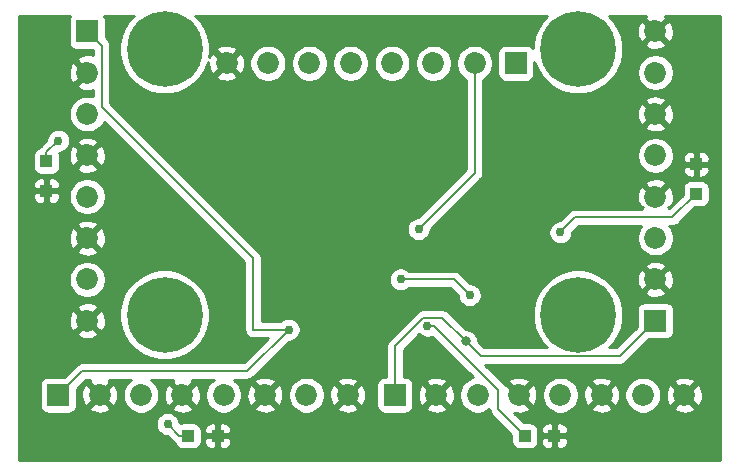
<source format=gbr>
%TF.GenerationSoftware,KiCad,Pcbnew,(5.1.6)-1*%
%TF.CreationDate,2021-05-26T21:04:48-04:00*%
%TF.ProjectId,spidey_sense,73706964-6579-45f7-9365-6e73652e6b69,rev?*%
%TF.SameCoordinates,Original*%
%TF.FileFunction,Copper,L2,Bot*%
%TF.FilePolarity,Positive*%
%FSLAX46Y46*%
G04 Gerber Fmt 4.6, Leading zero omitted, Abs format (unit mm)*
G04 Created by KiCad (PCBNEW (5.1.6)-1) date 2021-05-26 21:04:48*
%MOMM*%
%LPD*%
G01*
G04 APERTURE LIST*
%TA.AperFunction,ComponentPad*%
%ADD10C,0.800000*%
%TD*%
%TA.AperFunction,ComponentPad*%
%ADD11C,6.400000*%
%TD*%
%TA.AperFunction,ComponentPad*%
%ADD12C,1.850000*%
%TD*%
%TA.AperFunction,ComponentPad*%
%ADD13R,1.850000X1.850000*%
%TD*%
%TA.AperFunction,SMDPad,CuDef*%
%ADD14R,1.000000X1.000000*%
%TD*%
%TA.AperFunction,ViaPad*%
%ADD15C,0.762000*%
%TD*%
%TA.AperFunction,ViaPad*%
%ADD16C,0.800000*%
%TD*%
%TA.AperFunction,Conductor*%
%ADD17C,0.203200*%
%TD*%
%TA.AperFunction,Conductor*%
%ADD18C,0.254000*%
%TD*%
G04 APERTURE END LIST*
D10*
%TO.P,REF\u002A\u002A,1*%
%TO.N,N/C*%
X143947056Y-113302944D03*
X142250000Y-112600000D03*
X140552944Y-113302944D03*
X139850000Y-115000000D03*
X140552944Y-116697056D03*
X142250000Y-117400000D03*
X143947056Y-116697056D03*
X144650000Y-115000000D03*
D11*
X142250000Y-115000000D03*
%TD*%
D10*
%TO.P,REF\u002A\u002A,1*%
%TO.N,N/C*%
X143947056Y-90802944D03*
X142250000Y-90100000D03*
X140552944Y-90802944D03*
X139850000Y-92500000D03*
X140552944Y-94197056D03*
X142250000Y-94900000D03*
X143947056Y-94197056D03*
X144650000Y-92500000D03*
D11*
X142250000Y-92500000D03*
%TD*%
D10*
%TO.P,REF\u002A\u002A,1*%
%TO.N,N/C*%
X108947056Y-90802944D03*
X107250000Y-90100000D03*
X105552944Y-90802944D03*
X104850000Y-92500000D03*
X105552944Y-94197056D03*
X107250000Y-94900000D03*
X108947056Y-94197056D03*
X109650000Y-92500000D03*
D11*
X107250000Y-92500000D03*
%TD*%
D10*
%TO.P,REF\u002A\u002A,1*%
%TO.N,N/C*%
X108947056Y-113302944D03*
X107250000Y-112600000D03*
X105552944Y-113302944D03*
X104850000Y-115000000D03*
X105552944Y-116697056D03*
X107250000Y-117400000D03*
X108947056Y-116697056D03*
X109650000Y-115000000D03*
D11*
X107250000Y-115000000D03*
%TD*%
D12*
%TO.P,J5,8*%
%TO.N,GND*%
X148800000Y-91000000D03*
%TO.P,J5,7*%
%TO.N,/sheet60B85CD9/conn_3*%
X148800000Y-94500000D03*
%TO.P,J5,6*%
%TO.N,GND*%
X148800000Y-98000000D03*
%TO.P,J5,5*%
%TO.N,/sheet60B85CD9/conn_2*%
X148800000Y-101500000D03*
%TO.P,J5,4*%
%TO.N,GND*%
X148800000Y-105000000D03*
%TO.P,J5,3*%
%TO.N,/sheet60B85CD9/conn_1*%
X148800000Y-108500000D03*
%TO.P,J5,2*%
%TO.N,GND*%
X148800000Y-112000000D03*
D13*
%TO.P,J5,1*%
%TO.N,/sheet60B815B9/R_sense*%
X148800000Y-115500000D03*
%TD*%
D12*
%TO.P,J4,8*%
%TO.N,GND*%
X151250000Y-121800000D03*
%TO.P,J4,7*%
%TO.N,/sheet60B815B9/conn_3*%
X147750000Y-121800000D03*
%TO.P,J4,6*%
%TO.N,GND*%
X144250000Y-121800000D03*
%TO.P,J4,5*%
%TO.N,/sheet60B815B9/conn_2*%
X140750000Y-121800000D03*
%TO.P,J4,4*%
%TO.N,GND*%
X137250000Y-121800000D03*
%TO.P,J4,3*%
%TO.N,/sheet60B815B9/conn_1*%
X133750000Y-121800000D03*
%TO.P,J4,2*%
%TO.N,GND*%
X130250000Y-121800000D03*
D13*
%TO.P,J4,1*%
%TO.N,/sheet60B815B9/R_sense*%
X126750000Y-121800000D03*
%TD*%
D12*
%TO.P,J3,8*%
%TO.N,GND*%
X122750000Y-121800000D03*
%TO.P,J3,7*%
%TO.N,/sheet60B7CF48/conn_3*%
X119250000Y-121800000D03*
%TO.P,J3,6*%
%TO.N,GND*%
X115750000Y-121800000D03*
%TO.P,J3,5*%
%TO.N,/sheet60B7CF48/conn_2*%
X112250000Y-121800000D03*
%TO.P,J3,4*%
%TO.N,GND*%
X108750000Y-121800000D03*
%TO.P,J3,3*%
%TO.N,/sheet60B7CF48/conn_1*%
X105250000Y-121800000D03*
%TO.P,J3,2*%
%TO.N,GND*%
X101750000Y-121800000D03*
D13*
%TO.P,J3,1*%
%TO.N,/Sheet60AF3A60/R_sense*%
X98250000Y-121800000D03*
%TD*%
D12*
%TO.P,J2,8*%
%TO.N,GND*%
X100700000Y-115500000D03*
%TO.P,J2,7*%
%TO.N,/Sheet60AF3A60/conn_3*%
X100700000Y-112000000D03*
%TO.P,J2,6*%
%TO.N,GND*%
X100700000Y-108500000D03*
%TO.P,J2,5*%
%TO.N,/Sheet60AF3A60/conn_2*%
X100700000Y-105000000D03*
%TO.P,J2,4*%
%TO.N,GND*%
X100700000Y-101500000D03*
%TO.P,J2,3*%
%TO.N,/Sheet60AF3A60/conn_1*%
X100700000Y-98000000D03*
%TO.P,J2,2*%
%TO.N,GND*%
X100700000Y-94500000D03*
D13*
%TO.P,J2,1*%
%TO.N,/Sheet60AF3A60/R_sense*%
X100700000Y-91000000D03*
%TD*%
D12*
%TO.P,J1,8*%
%TO.N,GND*%
X112500000Y-93700000D03*
%TO.P,J1,7*%
%TO.N,Net-(C6-Pad1)*%
X116000000Y-93700000D03*
%TO.P,J1,6*%
%TO.N,Net-(J1-Pad6)*%
X119500000Y-93700000D03*
%TO.P,J1,5*%
%TO.N,Net-(J1-Pad5)*%
X123000000Y-93700000D03*
%TO.P,J1,4*%
%TO.N,Net-(J1-Pad4)*%
X126500000Y-93700000D03*
%TO.P,J1,3*%
%TO.N,Net-(J1-Pad3)*%
X130000000Y-93700000D03*
%TO.P,J1,2*%
%TO.N,Net-(J1-Pad2)*%
X133500000Y-93700000D03*
D13*
%TO.P,J1,1*%
%TO.N,Net-(J1-Pad1)*%
X137000000Y-93700000D03*
%TD*%
D14*
%TO.P,D4,2*%
%TO.N,Net-(D4-Pad2)*%
X152250000Y-104750000D03*
%TO.P,D4,1*%
%TO.N,GND*%
X152250000Y-102250000D03*
%TD*%
%TO.P,D3,2*%
%TO.N,Net-(D3-Pad2)*%
X137750000Y-125250000D03*
%TO.P,D3,1*%
%TO.N,GND*%
X140250000Y-125250000D03*
%TD*%
%TO.P,D2,2*%
%TO.N,Net-(D2-Pad2)*%
X109250000Y-125250000D03*
%TO.P,D2,1*%
%TO.N,GND*%
X111750000Y-125250000D03*
%TD*%
%TO.P,D1,2*%
%TO.N,Net-(D1-Pad2)*%
X97250000Y-102000000D03*
%TO.P,D1,1*%
%TO.N,GND*%
X97250000Y-104500000D03*
%TD*%
D15*
%TO.N,GND*%
X124750000Y-112000000D03*
X124750000Y-110750000D03*
X124750000Y-109500000D03*
X124750000Y-113250000D03*
X123500000Y-112000000D03*
X123500000Y-110750000D03*
X123500000Y-109500000D03*
X122250000Y-110750000D03*
X122250000Y-112000000D03*
X122250000Y-113250000D03*
X123500000Y-113250000D03*
X124750000Y-114500000D03*
X126000000Y-113250000D03*
X127250000Y-113250000D03*
X126000000Y-112000000D03*
X126000000Y-110750000D03*
X126000000Y-114500000D03*
X123500000Y-114500000D03*
X137750000Y-112750000D03*
X111750000Y-111000000D03*
X127250000Y-102000000D03*
%TO.N,Net-(C2-Pad1)*%
X133080123Y-113330123D03*
X127250000Y-112000000D03*
%TO.N,Net-(D1-Pad2)*%
X98250000Y-100250000D03*
%TO.N,Net-(D2-Pad2)*%
X107500000Y-124250000D03*
%TO.N,Net-(D3-Pad2)*%
X129500000Y-115929517D03*
%TO.N,Net-(D4-Pad2)*%
X140757216Y-108007216D03*
%TO.N,Net-(J1-Pad2)*%
X128750000Y-107750000D03*
%TO.N,/Sheet60AF3A60/R_sense*%
X117750000Y-116250000D03*
D16*
%TO.N,/sheet60B815B9/R_sense*%
X132750000Y-117250000D03*
%TD*%
D17*
%TO.N,Net-(C2-Pad1)*%
X127250000Y-112000000D02*
X131750000Y-112000000D01*
X131750000Y-112000000D02*
X133080123Y-113330123D01*
%TO.N,Net-(D1-Pad2)*%
X97250000Y-101250000D02*
X97250000Y-102000000D01*
X98250000Y-100250000D02*
X97250000Y-101250000D01*
%TO.N,Net-(D2-Pad2)*%
X108500000Y-125250000D02*
X109250000Y-125250000D01*
X107500000Y-124250000D02*
X108500000Y-125250000D01*
%TO.N,Net-(D3-Pad2)*%
X130038815Y-115929517D02*
X135500000Y-121390702D01*
X129500000Y-115929517D02*
X130038815Y-115929517D01*
X135500000Y-123000000D02*
X137750000Y-125250000D01*
X135500000Y-121390702D02*
X135500000Y-123000000D01*
%TO.N,Net-(D4-Pad2)*%
X140757216Y-108007216D02*
X142014432Y-106750000D01*
X150250000Y-106750000D02*
X152250000Y-104750000D01*
X142014432Y-106750000D02*
X150250000Y-106750000D01*
%TO.N,Net-(J1-Pad2)*%
X133500000Y-103000000D02*
X133500000Y-93700000D01*
X128750000Y-107750000D02*
X133500000Y-103000000D01*
%TO.N,/Sheet60AF3A60/R_sense*%
X117750000Y-116250000D02*
X114250000Y-119750000D01*
X100300000Y-119750000D02*
X98250000Y-121800000D01*
X114250000Y-119750000D02*
X100300000Y-119750000D01*
X117750000Y-116250000D02*
X114750000Y-116250000D01*
X101926601Y-92226601D02*
X100700000Y-91000000D01*
X101926601Y-97411231D02*
X101926601Y-92226601D01*
X114750000Y-110234630D02*
X101926601Y-97411231D01*
X114750000Y-116250000D02*
X114750000Y-110234630D01*
%TO.N,/sheet60B815B9/R_sense*%
X145798399Y-118501601D02*
X148800000Y-115500000D01*
X134001601Y-118501601D02*
X145798399Y-118501601D01*
X132750000Y-117250000D02*
X132750000Y-117250000D01*
X132750000Y-117250000D02*
X134001601Y-118501601D01*
X126750000Y-117669267D02*
X126750000Y-121800000D01*
X129172351Y-115246916D02*
X126750000Y-117669267D01*
X130746916Y-115246916D02*
X129172351Y-115246916D01*
X132750000Y-117250000D02*
X130746916Y-115246916D01*
%TD*%
D18*
%TO.N,GND*%
G36*
X99244463Y-89720506D02*
G01*
X99185498Y-89830820D01*
X99149188Y-89950518D01*
X99136928Y-90075000D01*
X99136928Y-91925000D01*
X99149188Y-92049482D01*
X99185498Y-92169180D01*
X99244463Y-92279494D01*
X99323815Y-92376185D01*
X99420506Y-92455537D01*
X99530820Y-92514502D01*
X99650518Y-92550812D01*
X99775000Y-92563072D01*
X101190002Y-92563072D01*
X101190002Y-93015358D01*
X100941243Y-92951127D01*
X100634438Y-92933824D01*
X100330152Y-92976708D01*
X100040079Y-93078132D01*
X99884393Y-93161347D01*
X99797688Y-93418083D01*
X100700000Y-94320395D01*
X100714143Y-94306253D01*
X100893748Y-94485858D01*
X100879605Y-94500000D01*
X100893748Y-94514143D01*
X100714143Y-94693748D01*
X100700000Y-94679605D01*
X99797688Y-95581917D01*
X99884393Y-95838653D01*
X100161223Y-95972048D01*
X100458757Y-96048873D01*
X100765562Y-96066176D01*
X101069848Y-96023292D01*
X101190001Y-95981280D01*
X101190001Y-96514433D01*
X101155035Y-96499950D01*
X100853647Y-96440000D01*
X100546353Y-96440000D01*
X100244965Y-96499950D01*
X99961063Y-96617546D01*
X99705558Y-96788269D01*
X99488269Y-97005558D01*
X99317546Y-97261063D01*
X99199950Y-97544965D01*
X99140000Y-97846353D01*
X99140000Y-98153647D01*
X99199950Y-98455035D01*
X99317546Y-98738937D01*
X99488269Y-98994442D01*
X99705558Y-99211731D01*
X99961063Y-99382454D01*
X100244965Y-99500050D01*
X100546353Y-99560000D01*
X100853647Y-99560000D01*
X101155035Y-99500050D01*
X101438937Y-99382454D01*
X101694442Y-99211731D01*
X101911731Y-98994442D01*
X102082454Y-98738937D01*
X102120572Y-98646911D01*
X114013401Y-110539741D01*
X114013400Y-116213814D01*
X114009836Y-116250000D01*
X114024058Y-116394399D01*
X114066178Y-116533249D01*
X114134576Y-116661213D01*
X114226625Y-116773375D01*
X114306330Y-116838787D01*
X114338787Y-116865424D01*
X114466751Y-116933822D01*
X114605601Y-116975942D01*
X114750000Y-116990164D01*
X114786186Y-116986600D01*
X115971691Y-116986600D01*
X113944891Y-119013400D01*
X100336186Y-119013400D01*
X100300000Y-119009836D01*
X100263814Y-119013400D01*
X100155601Y-119024058D01*
X100016751Y-119066178D01*
X99888787Y-119134576D01*
X99776625Y-119226625D01*
X99753559Y-119254731D01*
X98771362Y-120236928D01*
X97325000Y-120236928D01*
X97200518Y-120249188D01*
X97080820Y-120285498D01*
X96970506Y-120344463D01*
X96873815Y-120423815D01*
X96794463Y-120520506D01*
X96735498Y-120630820D01*
X96699188Y-120750518D01*
X96686928Y-120875000D01*
X96686928Y-122725000D01*
X96699188Y-122849482D01*
X96735498Y-122969180D01*
X96794463Y-123079494D01*
X96873815Y-123176185D01*
X96970506Y-123255537D01*
X97080820Y-123314502D01*
X97200518Y-123350812D01*
X97325000Y-123363072D01*
X99175000Y-123363072D01*
X99299482Y-123350812D01*
X99419180Y-123314502D01*
X99529494Y-123255537D01*
X99626185Y-123176185D01*
X99705537Y-123079494D01*
X99764502Y-122969180D01*
X99790972Y-122881917D01*
X100847688Y-122881917D01*
X100934393Y-123138653D01*
X101211223Y-123272048D01*
X101508757Y-123348873D01*
X101815562Y-123366176D01*
X102119848Y-123323292D01*
X102409921Y-123221868D01*
X102565607Y-123138653D01*
X102652312Y-122881917D01*
X101750000Y-121979605D01*
X100847688Y-122881917D01*
X99790972Y-122881917D01*
X99800812Y-122849482D01*
X99813072Y-122725000D01*
X99813072Y-121865562D01*
X100183824Y-121865562D01*
X100226708Y-122169848D01*
X100328132Y-122459921D01*
X100411347Y-122615607D01*
X100668083Y-122702312D01*
X101570395Y-121800000D01*
X101929605Y-121800000D01*
X102831917Y-122702312D01*
X103088653Y-122615607D01*
X103222048Y-122338777D01*
X103298873Y-122041243D01*
X103316176Y-121734438D01*
X103273292Y-121430152D01*
X103171868Y-121140079D01*
X103088653Y-120984393D01*
X102831917Y-120897688D01*
X101929605Y-121800000D01*
X101570395Y-121800000D01*
X100668083Y-120897688D01*
X100411347Y-120984393D01*
X100277952Y-121261223D01*
X100201127Y-121558757D01*
X100183824Y-121865562D01*
X99813072Y-121865562D01*
X99813072Y-121278638D01*
X100605110Y-120486600D01*
X100925865Y-120486600D01*
X100847688Y-120718083D01*
X101750000Y-121620395D01*
X102652312Y-120718083D01*
X102574135Y-120486600D01*
X104407716Y-120486600D01*
X104255558Y-120588269D01*
X104038269Y-120805558D01*
X103867546Y-121061063D01*
X103749950Y-121344965D01*
X103690000Y-121646353D01*
X103690000Y-121953647D01*
X103749950Y-122255035D01*
X103867546Y-122538937D01*
X104038269Y-122794442D01*
X104255558Y-123011731D01*
X104511063Y-123182454D01*
X104794965Y-123300050D01*
X105096353Y-123360000D01*
X105403647Y-123360000D01*
X105705035Y-123300050D01*
X105988937Y-123182454D01*
X106244442Y-123011731D01*
X106374256Y-122881917D01*
X107847688Y-122881917D01*
X107934393Y-123138653D01*
X108211223Y-123272048D01*
X108508757Y-123348873D01*
X108815562Y-123366176D01*
X109119848Y-123323292D01*
X109409921Y-123221868D01*
X109565607Y-123138653D01*
X109652312Y-122881917D01*
X108750000Y-121979605D01*
X107847688Y-122881917D01*
X106374256Y-122881917D01*
X106461731Y-122794442D01*
X106632454Y-122538937D01*
X106750050Y-122255035D01*
X106810000Y-121953647D01*
X106810000Y-121865562D01*
X107183824Y-121865562D01*
X107226708Y-122169848D01*
X107328132Y-122459921D01*
X107411347Y-122615607D01*
X107668083Y-122702312D01*
X108570395Y-121800000D01*
X108929605Y-121800000D01*
X109831917Y-122702312D01*
X110088653Y-122615607D01*
X110222048Y-122338777D01*
X110298873Y-122041243D01*
X110316176Y-121734438D01*
X110273292Y-121430152D01*
X110171868Y-121140079D01*
X110088653Y-120984393D01*
X109831917Y-120897688D01*
X108929605Y-121800000D01*
X108570395Y-121800000D01*
X107668083Y-120897688D01*
X107411347Y-120984393D01*
X107277952Y-121261223D01*
X107201127Y-121558757D01*
X107183824Y-121865562D01*
X106810000Y-121865562D01*
X106810000Y-121646353D01*
X106750050Y-121344965D01*
X106632454Y-121061063D01*
X106461731Y-120805558D01*
X106244442Y-120588269D01*
X106092284Y-120486600D01*
X107925865Y-120486600D01*
X107847688Y-120718083D01*
X108750000Y-121620395D01*
X109652312Y-120718083D01*
X109574135Y-120486600D01*
X111407716Y-120486600D01*
X111255558Y-120588269D01*
X111038269Y-120805558D01*
X110867546Y-121061063D01*
X110749950Y-121344965D01*
X110690000Y-121646353D01*
X110690000Y-121953647D01*
X110749950Y-122255035D01*
X110867546Y-122538937D01*
X111038269Y-122794442D01*
X111255558Y-123011731D01*
X111511063Y-123182454D01*
X111794965Y-123300050D01*
X112096353Y-123360000D01*
X112403647Y-123360000D01*
X112705035Y-123300050D01*
X112988937Y-123182454D01*
X113244442Y-123011731D01*
X113374256Y-122881917D01*
X114847688Y-122881917D01*
X114934393Y-123138653D01*
X115211223Y-123272048D01*
X115508757Y-123348873D01*
X115815562Y-123366176D01*
X116119848Y-123323292D01*
X116409921Y-123221868D01*
X116565607Y-123138653D01*
X116652312Y-122881917D01*
X115750000Y-121979605D01*
X114847688Y-122881917D01*
X113374256Y-122881917D01*
X113461731Y-122794442D01*
X113632454Y-122538937D01*
X113750050Y-122255035D01*
X113810000Y-121953647D01*
X113810000Y-121865562D01*
X114183824Y-121865562D01*
X114226708Y-122169848D01*
X114328132Y-122459921D01*
X114411347Y-122615607D01*
X114668083Y-122702312D01*
X115570395Y-121800000D01*
X115929605Y-121800000D01*
X116831917Y-122702312D01*
X117088653Y-122615607D01*
X117222048Y-122338777D01*
X117298873Y-122041243D01*
X117316176Y-121734438D01*
X117303762Y-121646353D01*
X117690000Y-121646353D01*
X117690000Y-121953647D01*
X117749950Y-122255035D01*
X117867546Y-122538937D01*
X118038269Y-122794442D01*
X118255558Y-123011731D01*
X118511063Y-123182454D01*
X118794965Y-123300050D01*
X119096353Y-123360000D01*
X119403647Y-123360000D01*
X119705035Y-123300050D01*
X119988937Y-123182454D01*
X120244442Y-123011731D01*
X120374256Y-122881917D01*
X121847688Y-122881917D01*
X121934393Y-123138653D01*
X122211223Y-123272048D01*
X122508757Y-123348873D01*
X122815562Y-123366176D01*
X123119848Y-123323292D01*
X123409921Y-123221868D01*
X123565607Y-123138653D01*
X123652312Y-122881917D01*
X122750000Y-121979605D01*
X121847688Y-122881917D01*
X120374256Y-122881917D01*
X120461731Y-122794442D01*
X120632454Y-122538937D01*
X120750050Y-122255035D01*
X120810000Y-121953647D01*
X120810000Y-121865562D01*
X121183824Y-121865562D01*
X121226708Y-122169848D01*
X121328132Y-122459921D01*
X121411347Y-122615607D01*
X121668083Y-122702312D01*
X122570395Y-121800000D01*
X122929605Y-121800000D01*
X123831917Y-122702312D01*
X124088653Y-122615607D01*
X124222048Y-122338777D01*
X124298873Y-122041243D01*
X124316176Y-121734438D01*
X124273292Y-121430152D01*
X124171868Y-121140079D01*
X124088653Y-120984393D01*
X123831917Y-120897688D01*
X122929605Y-121800000D01*
X122570395Y-121800000D01*
X121668083Y-120897688D01*
X121411347Y-120984393D01*
X121277952Y-121261223D01*
X121201127Y-121558757D01*
X121183824Y-121865562D01*
X120810000Y-121865562D01*
X120810000Y-121646353D01*
X120750050Y-121344965D01*
X120632454Y-121061063D01*
X120461731Y-120805558D01*
X120374256Y-120718083D01*
X121847688Y-120718083D01*
X122750000Y-121620395D01*
X123495395Y-120875000D01*
X125186928Y-120875000D01*
X125186928Y-122725000D01*
X125199188Y-122849482D01*
X125235498Y-122969180D01*
X125294463Y-123079494D01*
X125373815Y-123176185D01*
X125470506Y-123255537D01*
X125580820Y-123314502D01*
X125700518Y-123350812D01*
X125825000Y-123363072D01*
X127675000Y-123363072D01*
X127799482Y-123350812D01*
X127919180Y-123314502D01*
X128029494Y-123255537D01*
X128126185Y-123176185D01*
X128205537Y-123079494D01*
X128264502Y-122969180D01*
X128290972Y-122881917D01*
X129347688Y-122881917D01*
X129434393Y-123138653D01*
X129711223Y-123272048D01*
X130008757Y-123348873D01*
X130315562Y-123366176D01*
X130619848Y-123323292D01*
X130909921Y-123221868D01*
X131065607Y-123138653D01*
X131152312Y-122881917D01*
X130250000Y-121979605D01*
X129347688Y-122881917D01*
X128290972Y-122881917D01*
X128300812Y-122849482D01*
X128313072Y-122725000D01*
X128313072Y-121865562D01*
X128683824Y-121865562D01*
X128726708Y-122169848D01*
X128828132Y-122459921D01*
X128911347Y-122615607D01*
X129168083Y-122702312D01*
X130070395Y-121800000D01*
X130429605Y-121800000D01*
X131331917Y-122702312D01*
X131588653Y-122615607D01*
X131722048Y-122338777D01*
X131798873Y-122041243D01*
X131816176Y-121734438D01*
X131773292Y-121430152D01*
X131671868Y-121140079D01*
X131588653Y-120984393D01*
X131331917Y-120897688D01*
X130429605Y-121800000D01*
X130070395Y-121800000D01*
X129168083Y-120897688D01*
X128911347Y-120984393D01*
X128777952Y-121261223D01*
X128701127Y-121558757D01*
X128683824Y-121865562D01*
X128313072Y-121865562D01*
X128313072Y-120875000D01*
X128300812Y-120750518D01*
X128290973Y-120718083D01*
X129347688Y-120718083D01*
X130250000Y-121620395D01*
X131152312Y-120718083D01*
X131065607Y-120461347D01*
X130788777Y-120327952D01*
X130491243Y-120251127D01*
X130184438Y-120233824D01*
X129880152Y-120276708D01*
X129590079Y-120378132D01*
X129434393Y-120461347D01*
X129347688Y-120718083D01*
X128290973Y-120718083D01*
X128264502Y-120630820D01*
X128205537Y-120520506D01*
X128126185Y-120423815D01*
X128029494Y-120344463D01*
X127919180Y-120285498D01*
X127799482Y-120249188D01*
X127675000Y-120236928D01*
X127486600Y-120236928D01*
X127486600Y-117974376D01*
X128797309Y-116663667D01*
X128852338Y-116718696D01*
X129018744Y-116829885D01*
X129203644Y-116906473D01*
X129399933Y-116945517D01*
X129600067Y-116945517D01*
X129796356Y-116906473D01*
X129922013Y-116854424D01*
X133355498Y-120287909D01*
X133294965Y-120299950D01*
X133011063Y-120417546D01*
X132755558Y-120588269D01*
X132538269Y-120805558D01*
X132367546Y-121061063D01*
X132249950Y-121344965D01*
X132190000Y-121646353D01*
X132190000Y-121953647D01*
X132249950Y-122255035D01*
X132367546Y-122538937D01*
X132538269Y-122794442D01*
X132755558Y-123011731D01*
X133011063Y-123182454D01*
X133294965Y-123300050D01*
X133596353Y-123360000D01*
X133903647Y-123360000D01*
X134205035Y-123300050D01*
X134488937Y-123182454D01*
X134744442Y-123011731D01*
X134760236Y-122995937D01*
X134759836Y-123000000D01*
X134774059Y-123144398D01*
X134816178Y-123283247D01*
X134851256Y-123348873D01*
X134884577Y-123411213D01*
X134976626Y-123523375D01*
X135004732Y-123546441D01*
X136611928Y-125153638D01*
X136611928Y-125750000D01*
X136624188Y-125874482D01*
X136660498Y-125994180D01*
X136719463Y-126104494D01*
X136798815Y-126201185D01*
X136895506Y-126280537D01*
X137005820Y-126339502D01*
X137125518Y-126375812D01*
X137250000Y-126388072D01*
X138250000Y-126388072D01*
X138374482Y-126375812D01*
X138494180Y-126339502D01*
X138604494Y-126280537D01*
X138701185Y-126201185D01*
X138780537Y-126104494D01*
X138839502Y-125994180D01*
X138875812Y-125874482D01*
X138888072Y-125750000D01*
X139111928Y-125750000D01*
X139124188Y-125874482D01*
X139160498Y-125994180D01*
X139219463Y-126104494D01*
X139298815Y-126201185D01*
X139395506Y-126280537D01*
X139505820Y-126339502D01*
X139625518Y-126375812D01*
X139750000Y-126388072D01*
X139964250Y-126385000D01*
X140123000Y-126226250D01*
X140123000Y-125377000D01*
X140377000Y-125377000D01*
X140377000Y-126226250D01*
X140535750Y-126385000D01*
X140750000Y-126388072D01*
X140874482Y-126375812D01*
X140994180Y-126339502D01*
X141104494Y-126280537D01*
X141201185Y-126201185D01*
X141280537Y-126104494D01*
X141339502Y-125994180D01*
X141375812Y-125874482D01*
X141388072Y-125750000D01*
X141385000Y-125535750D01*
X141226250Y-125377000D01*
X140377000Y-125377000D01*
X140123000Y-125377000D01*
X139273750Y-125377000D01*
X139115000Y-125535750D01*
X139111928Y-125750000D01*
X138888072Y-125750000D01*
X138888072Y-124750000D01*
X139111928Y-124750000D01*
X139115000Y-124964250D01*
X139273750Y-125123000D01*
X140123000Y-125123000D01*
X140123000Y-124273750D01*
X140377000Y-124273750D01*
X140377000Y-125123000D01*
X141226250Y-125123000D01*
X141385000Y-124964250D01*
X141388072Y-124750000D01*
X141375812Y-124625518D01*
X141339502Y-124505820D01*
X141280537Y-124395506D01*
X141201185Y-124298815D01*
X141104494Y-124219463D01*
X140994180Y-124160498D01*
X140874482Y-124124188D01*
X140750000Y-124111928D01*
X140535750Y-124115000D01*
X140377000Y-124273750D01*
X140123000Y-124273750D01*
X139964250Y-124115000D01*
X139750000Y-124111928D01*
X139625518Y-124124188D01*
X139505820Y-124160498D01*
X139395506Y-124219463D01*
X139298815Y-124298815D01*
X139219463Y-124395506D01*
X139160498Y-124505820D01*
X139124188Y-124625518D01*
X139111928Y-124750000D01*
X138888072Y-124750000D01*
X138875812Y-124625518D01*
X138839502Y-124505820D01*
X138780537Y-124395506D01*
X138701185Y-124298815D01*
X138604494Y-124219463D01*
X138494180Y-124160498D01*
X138374482Y-124124188D01*
X138250000Y-124111928D01*
X137653638Y-124111928D01*
X136849448Y-123307738D01*
X137008757Y-123348873D01*
X137315562Y-123366176D01*
X137619848Y-123323292D01*
X137909921Y-123221868D01*
X138065607Y-123138653D01*
X138152312Y-122881917D01*
X137250000Y-121979605D01*
X137235858Y-121993748D01*
X137056253Y-121814143D01*
X137070395Y-121800000D01*
X137429605Y-121800000D01*
X138331917Y-122702312D01*
X138588653Y-122615607D01*
X138722048Y-122338777D01*
X138798873Y-122041243D01*
X138816176Y-121734438D01*
X138803762Y-121646353D01*
X139190000Y-121646353D01*
X139190000Y-121953647D01*
X139249950Y-122255035D01*
X139367546Y-122538937D01*
X139538269Y-122794442D01*
X139755558Y-123011731D01*
X140011063Y-123182454D01*
X140294965Y-123300050D01*
X140596353Y-123360000D01*
X140903647Y-123360000D01*
X141205035Y-123300050D01*
X141488937Y-123182454D01*
X141744442Y-123011731D01*
X141874256Y-122881917D01*
X143347688Y-122881917D01*
X143434393Y-123138653D01*
X143711223Y-123272048D01*
X144008757Y-123348873D01*
X144315562Y-123366176D01*
X144619848Y-123323292D01*
X144909921Y-123221868D01*
X145065607Y-123138653D01*
X145152312Y-122881917D01*
X144250000Y-121979605D01*
X143347688Y-122881917D01*
X141874256Y-122881917D01*
X141961731Y-122794442D01*
X142132454Y-122538937D01*
X142250050Y-122255035D01*
X142310000Y-121953647D01*
X142310000Y-121865562D01*
X142683824Y-121865562D01*
X142726708Y-122169848D01*
X142828132Y-122459921D01*
X142911347Y-122615607D01*
X143168083Y-122702312D01*
X144070395Y-121800000D01*
X144429605Y-121800000D01*
X145331917Y-122702312D01*
X145588653Y-122615607D01*
X145722048Y-122338777D01*
X145798873Y-122041243D01*
X145816176Y-121734438D01*
X145803762Y-121646353D01*
X146190000Y-121646353D01*
X146190000Y-121953647D01*
X146249950Y-122255035D01*
X146367546Y-122538937D01*
X146538269Y-122794442D01*
X146755558Y-123011731D01*
X147011063Y-123182454D01*
X147294965Y-123300050D01*
X147596353Y-123360000D01*
X147903647Y-123360000D01*
X148205035Y-123300050D01*
X148488937Y-123182454D01*
X148744442Y-123011731D01*
X148874256Y-122881917D01*
X150347688Y-122881917D01*
X150434393Y-123138653D01*
X150711223Y-123272048D01*
X151008757Y-123348873D01*
X151315562Y-123366176D01*
X151619848Y-123323292D01*
X151909921Y-123221868D01*
X152065607Y-123138653D01*
X152152312Y-122881917D01*
X151250000Y-121979605D01*
X150347688Y-122881917D01*
X148874256Y-122881917D01*
X148961731Y-122794442D01*
X149132454Y-122538937D01*
X149250050Y-122255035D01*
X149310000Y-121953647D01*
X149310000Y-121865562D01*
X149683824Y-121865562D01*
X149726708Y-122169848D01*
X149828132Y-122459921D01*
X149911347Y-122615607D01*
X150168083Y-122702312D01*
X151070395Y-121800000D01*
X151429605Y-121800000D01*
X152331917Y-122702312D01*
X152588653Y-122615607D01*
X152722048Y-122338777D01*
X152798873Y-122041243D01*
X152816176Y-121734438D01*
X152773292Y-121430152D01*
X152671868Y-121140079D01*
X152588653Y-120984393D01*
X152331917Y-120897688D01*
X151429605Y-121800000D01*
X151070395Y-121800000D01*
X150168083Y-120897688D01*
X149911347Y-120984393D01*
X149777952Y-121261223D01*
X149701127Y-121558757D01*
X149683824Y-121865562D01*
X149310000Y-121865562D01*
X149310000Y-121646353D01*
X149250050Y-121344965D01*
X149132454Y-121061063D01*
X148961731Y-120805558D01*
X148874256Y-120718083D01*
X150347688Y-120718083D01*
X151250000Y-121620395D01*
X152152312Y-120718083D01*
X152065607Y-120461347D01*
X151788777Y-120327952D01*
X151491243Y-120251127D01*
X151184438Y-120233824D01*
X150880152Y-120276708D01*
X150590079Y-120378132D01*
X150434393Y-120461347D01*
X150347688Y-120718083D01*
X148874256Y-120718083D01*
X148744442Y-120588269D01*
X148488937Y-120417546D01*
X148205035Y-120299950D01*
X147903647Y-120240000D01*
X147596353Y-120240000D01*
X147294965Y-120299950D01*
X147011063Y-120417546D01*
X146755558Y-120588269D01*
X146538269Y-120805558D01*
X146367546Y-121061063D01*
X146249950Y-121344965D01*
X146190000Y-121646353D01*
X145803762Y-121646353D01*
X145773292Y-121430152D01*
X145671868Y-121140079D01*
X145588653Y-120984393D01*
X145331917Y-120897688D01*
X144429605Y-121800000D01*
X144070395Y-121800000D01*
X143168083Y-120897688D01*
X142911347Y-120984393D01*
X142777952Y-121261223D01*
X142701127Y-121558757D01*
X142683824Y-121865562D01*
X142310000Y-121865562D01*
X142310000Y-121646353D01*
X142250050Y-121344965D01*
X142132454Y-121061063D01*
X141961731Y-120805558D01*
X141874256Y-120718083D01*
X143347688Y-120718083D01*
X144250000Y-121620395D01*
X145152312Y-120718083D01*
X145065607Y-120461347D01*
X144788777Y-120327952D01*
X144491243Y-120251127D01*
X144184438Y-120233824D01*
X143880152Y-120276708D01*
X143590079Y-120378132D01*
X143434393Y-120461347D01*
X143347688Y-120718083D01*
X141874256Y-120718083D01*
X141744442Y-120588269D01*
X141488937Y-120417546D01*
X141205035Y-120299950D01*
X140903647Y-120240000D01*
X140596353Y-120240000D01*
X140294965Y-120299950D01*
X140011063Y-120417546D01*
X139755558Y-120588269D01*
X139538269Y-120805558D01*
X139367546Y-121061063D01*
X139249950Y-121344965D01*
X139190000Y-121646353D01*
X138803762Y-121646353D01*
X138773292Y-121430152D01*
X138671868Y-121140079D01*
X138588653Y-120984393D01*
X138331917Y-120897688D01*
X137429605Y-121800000D01*
X137070395Y-121800000D01*
X136168083Y-120897688D01*
X136074288Y-120929364D01*
X136046442Y-120895434D01*
X136046437Y-120895429D01*
X136023374Y-120867327D01*
X135995273Y-120844266D01*
X135869091Y-120718083D01*
X136347688Y-120718083D01*
X137250000Y-121620395D01*
X138152312Y-120718083D01*
X138065607Y-120461347D01*
X137788777Y-120327952D01*
X137491243Y-120251127D01*
X137184438Y-120233824D01*
X136880152Y-120276708D01*
X136590079Y-120378132D01*
X136434393Y-120461347D01*
X136347688Y-120718083D01*
X135869091Y-120718083D01*
X134389209Y-119238201D01*
X145762216Y-119238201D01*
X145798399Y-119241765D01*
X145834582Y-119238201D01*
X145834585Y-119238201D01*
X145942798Y-119227543D01*
X146081648Y-119185423D01*
X146209612Y-119117025D01*
X146321774Y-119024976D01*
X146344845Y-118996864D01*
X148278638Y-117063072D01*
X149725000Y-117063072D01*
X149849482Y-117050812D01*
X149969180Y-117014502D01*
X150079494Y-116955537D01*
X150176185Y-116876185D01*
X150255537Y-116779494D01*
X150314502Y-116669180D01*
X150350812Y-116549482D01*
X150363072Y-116425000D01*
X150363072Y-114575000D01*
X150350812Y-114450518D01*
X150314502Y-114330820D01*
X150255537Y-114220506D01*
X150176185Y-114123815D01*
X150079494Y-114044463D01*
X149969180Y-113985498D01*
X149849482Y-113949188D01*
X149725000Y-113936928D01*
X147875000Y-113936928D01*
X147750518Y-113949188D01*
X147630820Y-113985498D01*
X147520506Y-114044463D01*
X147423815Y-114123815D01*
X147344463Y-114220506D01*
X147285498Y-114330820D01*
X147249188Y-114450518D01*
X147236928Y-114575000D01*
X147236928Y-116021362D01*
X145493290Y-117765001D01*
X144908508Y-117765001D01*
X145228839Y-117444670D01*
X145648533Y-116816554D01*
X145937623Y-116118628D01*
X146085000Y-115377715D01*
X146085000Y-114622285D01*
X145937623Y-113881372D01*
X145648533Y-113183446D01*
X145580694Y-113081917D01*
X147897688Y-113081917D01*
X147984393Y-113338653D01*
X148261223Y-113472048D01*
X148558757Y-113548873D01*
X148865562Y-113566176D01*
X149169848Y-113523292D01*
X149459921Y-113421868D01*
X149615607Y-113338653D01*
X149702312Y-113081917D01*
X148800000Y-112179605D01*
X147897688Y-113081917D01*
X145580694Y-113081917D01*
X145228839Y-112555330D01*
X144739071Y-112065562D01*
X147233824Y-112065562D01*
X147276708Y-112369848D01*
X147378132Y-112659921D01*
X147461347Y-112815607D01*
X147718083Y-112902312D01*
X148620395Y-112000000D01*
X148979605Y-112000000D01*
X149881917Y-112902312D01*
X150138653Y-112815607D01*
X150272048Y-112538777D01*
X150348873Y-112241243D01*
X150366176Y-111934438D01*
X150323292Y-111630152D01*
X150221868Y-111340079D01*
X150138653Y-111184393D01*
X149881917Y-111097688D01*
X148979605Y-112000000D01*
X148620395Y-112000000D01*
X147718083Y-111097688D01*
X147461347Y-111184393D01*
X147327952Y-111461223D01*
X147251127Y-111758757D01*
X147233824Y-112065562D01*
X144739071Y-112065562D01*
X144694670Y-112021161D01*
X144066554Y-111601467D01*
X143368628Y-111312377D01*
X142627715Y-111165000D01*
X141872285Y-111165000D01*
X141131372Y-111312377D01*
X140433446Y-111601467D01*
X139805330Y-112021161D01*
X139271161Y-112555330D01*
X138851467Y-113183446D01*
X138562377Y-113881372D01*
X138415000Y-114622285D01*
X138415000Y-115377715D01*
X138562377Y-116118628D01*
X138851467Y-116816554D01*
X139271161Y-117444670D01*
X139591492Y-117765001D01*
X134306711Y-117765001D01*
X133785000Y-117243291D01*
X133785000Y-117148061D01*
X133745226Y-116948102D01*
X133667205Y-116759744D01*
X133553937Y-116590226D01*
X133409774Y-116446063D01*
X133240256Y-116332795D01*
X133051898Y-116254774D01*
X132851939Y-116215000D01*
X132756710Y-116215000D01*
X131293361Y-114751652D01*
X131270291Y-114723541D01*
X131158129Y-114631492D01*
X131030165Y-114563094D01*
X130891315Y-114520974D01*
X130783102Y-114510316D01*
X130783099Y-114510316D01*
X130746916Y-114506752D01*
X130710733Y-114510316D01*
X129208537Y-114510316D01*
X129172351Y-114506752D01*
X129136165Y-114510316D01*
X129027952Y-114520974D01*
X128889102Y-114563094D01*
X128824381Y-114597688D01*
X128761138Y-114631492D01*
X128679974Y-114698102D01*
X128648976Y-114723541D01*
X128625910Y-114751647D01*
X126254732Y-117122826D01*
X126226625Y-117145893D01*
X126134576Y-117258055D01*
X126066178Y-117386019D01*
X126024058Y-117524869D01*
X126015254Y-117614261D01*
X126009836Y-117669267D01*
X126013400Y-117705450D01*
X126013401Y-120236928D01*
X125825000Y-120236928D01*
X125700518Y-120249188D01*
X125580820Y-120285498D01*
X125470506Y-120344463D01*
X125373815Y-120423815D01*
X125294463Y-120520506D01*
X125235498Y-120630820D01*
X125199188Y-120750518D01*
X125186928Y-120875000D01*
X123495395Y-120875000D01*
X123652312Y-120718083D01*
X123565607Y-120461347D01*
X123288777Y-120327952D01*
X122991243Y-120251127D01*
X122684438Y-120233824D01*
X122380152Y-120276708D01*
X122090079Y-120378132D01*
X121934393Y-120461347D01*
X121847688Y-120718083D01*
X120374256Y-120718083D01*
X120244442Y-120588269D01*
X119988937Y-120417546D01*
X119705035Y-120299950D01*
X119403647Y-120240000D01*
X119096353Y-120240000D01*
X118794965Y-120299950D01*
X118511063Y-120417546D01*
X118255558Y-120588269D01*
X118038269Y-120805558D01*
X117867546Y-121061063D01*
X117749950Y-121344965D01*
X117690000Y-121646353D01*
X117303762Y-121646353D01*
X117273292Y-121430152D01*
X117171868Y-121140079D01*
X117088653Y-120984393D01*
X116831917Y-120897688D01*
X115929605Y-121800000D01*
X115570395Y-121800000D01*
X114668083Y-120897688D01*
X114411347Y-120984393D01*
X114277952Y-121261223D01*
X114201127Y-121558757D01*
X114183824Y-121865562D01*
X113810000Y-121865562D01*
X113810000Y-121646353D01*
X113750050Y-121344965D01*
X113632454Y-121061063D01*
X113461731Y-120805558D01*
X113374256Y-120718083D01*
X114847688Y-120718083D01*
X115750000Y-121620395D01*
X116652312Y-120718083D01*
X116565607Y-120461347D01*
X116288777Y-120327952D01*
X115991243Y-120251127D01*
X115684438Y-120233824D01*
X115380152Y-120276708D01*
X115090079Y-120378132D01*
X114934393Y-120461347D01*
X114847688Y-120718083D01*
X113374256Y-120718083D01*
X113244442Y-120588269D01*
X113092284Y-120486600D01*
X114213817Y-120486600D01*
X114250000Y-120490164D01*
X114286183Y-120486600D01*
X114286186Y-120486600D01*
X114394399Y-120475942D01*
X114533249Y-120433822D01*
X114661213Y-120365424D01*
X114773375Y-120273375D01*
X114796446Y-120245263D01*
X117775709Y-117266000D01*
X117850067Y-117266000D01*
X118046356Y-117226956D01*
X118231256Y-117150368D01*
X118397662Y-117039179D01*
X118539179Y-116897662D01*
X118650368Y-116731256D01*
X118726956Y-116546356D01*
X118766000Y-116350067D01*
X118766000Y-116149933D01*
X118726956Y-115953644D01*
X118650368Y-115768744D01*
X118539179Y-115602338D01*
X118397662Y-115460821D01*
X118231256Y-115349632D01*
X118046356Y-115273044D01*
X117850067Y-115234000D01*
X117649933Y-115234000D01*
X117453644Y-115273044D01*
X117268744Y-115349632D01*
X117102338Y-115460821D01*
X117049759Y-115513400D01*
X115486600Y-115513400D01*
X115486600Y-111899933D01*
X126234000Y-111899933D01*
X126234000Y-112100067D01*
X126273044Y-112296356D01*
X126349632Y-112481256D01*
X126460821Y-112647662D01*
X126602338Y-112789179D01*
X126768744Y-112900368D01*
X126953644Y-112976956D01*
X127149933Y-113016000D01*
X127350067Y-113016000D01*
X127546356Y-112976956D01*
X127731256Y-112900368D01*
X127897662Y-112789179D01*
X127950241Y-112736600D01*
X131444891Y-112736600D01*
X132064123Y-113355833D01*
X132064123Y-113430190D01*
X132103167Y-113626479D01*
X132179755Y-113811379D01*
X132290944Y-113977785D01*
X132432461Y-114119302D01*
X132598867Y-114230491D01*
X132783767Y-114307079D01*
X132980056Y-114346123D01*
X133180190Y-114346123D01*
X133376479Y-114307079D01*
X133561379Y-114230491D01*
X133727785Y-114119302D01*
X133869302Y-113977785D01*
X133980491Y-113811379D01*
X134057079Y-113626479D01*
X134096123Y-113430190D01*
X134096123Y-113230056D01*
X134057079Y-113033767D01*
X133980491Y-112848867D01*
X133869302Y-112682461D01*
X133727785Y-112540944D01*
X133561379Y-112429755D01*
X133376479Y-112353167D01*
X133180190Y-112314123D01*
X133105833Y-112314123D01*
X132296445Y-111504736D01*
X132273375Y-111476625D01*
X132161213Y-111384576D01*
X132033249Y-111316178D01*
X131894399Y-111274058D01*
X131786186Y-111263400D01*
X131786183Y-111263400D01*
X131750000Y-111259836D01*
X131713817Y-111263400D01*
X127950241Y-111263400D01*
X127897662Y-111210821D01*
X127731256Y-111099632D01*
X127546356Y-111023044D01*
X127350067Y-110984000D01*
X127149933Y-110984000D01*
X126953644Y-111023044D01*
X126768744Y-111099632D01*
X126602338Y-111210821D01*
X126460821Y-111352338D01*
X126349632Y-111518744D01*
X126273044Y-111703644D01*
X126234000Y-111899933D01*
X115486600Y-111899933D01*
X115486600Y-110918083D01*
X147897688Y-110918083D01*
X148800000Y-111820395D01*
X149702312Y-110918083D01*
X149615607Y-110661347D01*
X149338777Y-110527952D01*
X149041243Y-110451127D01*
X148734438Y-110433824D01*
X148430152Y-110476708D01*
X148140079Y-110578132D01*
X147984393Y-110661347D01*
X147897688Y-110918083D01*
X115486600Y-110918083D01*
X115486600Y-110270816D01*
X115490164Y-110234630D01*
X115475942Y-110090231D01*
X115455636Y-110023292D01*
X115433822Y-109951381D01*
X115365424Y-109823417D01*
X115273375Y-109711255D01*
X115245269Y-109688189D01*
X113207013Y-107649933D01*
X127734000Y-107649933D01*
X127734000Y-107850067D01*
X127773044Y-108046356D01*
X127849632Y-108231256D01*
X127960821Y-108397662D01*
X128102338Y-108539179D01*
X128268744Y-108650368D01*
X128453644Y-108726956D01*
X128649933Y-108766000D01*
X128850067Y-108766000D01*
X129046356Y-108726956D01*
X129231256Y-108650368D01*
X129397662Y-108539179D01*
X129539179Y-108397662D01*
X129650368Y-108231256D01*
X129726956Y-108046356D01*
X129754645Y-107907149D01*
X139741216Y-107907149D01*
X139741216Y-108107283D01*
X139780260Y-108303572D01*
X139856848Y-108488472D01*
X139968037Y-108654878D01*
X140109554Y-108796395D01*
X140275960Y-108907584D01*
X140460860Y-108984172D01*
X140657149Y-109023216D01*
X140857283Y-109023216D01*
X141053572Y-108984172D01*
X141238472Y-108907584D01*
X141404878Y-108796395D01*
X141546395Y-108654878D01*
X141657584Y-108488472D01*
X141734172Y-108303572D01*
X141773216Y-108107283D01*
X141773216Y-108032925D01*
X142319542Y-107486600D01*
X147607227Y-107486600D01*
X147588269Y-107505558D01*
X147417546Y-107761063D01*
X147299950Y-108044965D01*
X147240000Y-108346353D01*
X147240000Y-108653647D01*
X147299950Y-108955035D01*
X147417546Y-109238937D01*
X147588269Y-109494442D01*
X147805558Y-109711731D01*
X148061063Y-109882454D01*
X148344965Y-110000050D01*
X148646353Y-110060000D01*
X148953647Y-110060000D01*
X149255035Y-110000050D01*
X149538937Y-109882454D01*
X149794442Y-109711731D01*
X150011731Y-109494442D01*
X150182454Y-109238937D01*
X150300050Y-108955035D01*
X150360000Y-108653647D01*
X150360000Y-108346353D01*
X150300050Y-108044965D01*
X150182454Y-107761063D01*
X150011731Y-107505558D01*
X149992773Y-107486600D01*
X150213817Y-107486600D01*
X150250000Y-107490164D01*
X150286183Y-107486600D01*
X150286186Y-107486600D01*
X150394399Y-107475942D01*
X150533249Y-107433822D01*
X150661213Y-107365424D01*
X150773375Y-107273375D01*
X150796445Y-107245264D01*
X152153638Y-105888072D01*
X152750000Y-105888072D01*
X152874482Y-105875812D01*
X152994180Y-105839502D01*
X153104494Y-105780537D01*
X153201185Y-105701185D01*
X153280537Y-105604494D01*
X153339502Y-105494180D01*
X153375812Y-105374482D01*
X153388072Y-105250000D01*
X153388072Y-104250000D01*
X153375812Y-104125518D01*
X153339502Y-104005820D01*
X153280537Y-103895506D01*
X153201185Y-103798815D01*
X153104494Y-103719463D01*
X152994180Y-103660498D01*
X152874482Y-103624188D01*
X152750000Y-103611928D01*
X151750000Y-103611928D01*
X151625518Y-103624188D01*
X151505820Y-103660498D01*
X151395506Y-103719463D01*
X151298815Y-103798815D01*
X151219463Y-103895506D01*
X151160498Y-104005820D01*
X151124188Y-104125518D01*
X151111928Y-104250000D01*
X151111928Y-104846362D01*
X149968949Y-105989341D01*
X149881919Y-105902311D01*
X150138653Y-105815607D01*
X150272048Y-105538777D01*
X150348873Y-105241243D01*
X150366176Y-104934438D01*
X150323292Y-104630152D01*
X150221868Y-104340079D01*
X150138653Y-104184393D01*
X149881917Y-104097688D01*
X148979605Y-105000000D01*
X148993748Y-105014143D01*
X148814143Y-105193748D01*
X148800000Y-105179605D01*
X148785858Y-105193748D01*
X148606253Y-105014143D01*
X148620395Y-105000000D01*
X147718083Y-104097688D01*
X147461347Y-104184393D01*
X147327952Y-104461223D01*
X147251127Y-104758757D01*
X147233824Y-105065562D01*
X147276708Y-105369848D01*
X147378132Y-105659921D01*
X147461347Y-105815607D01*
X147718081Y-105902311D01*
X147606992Y-106013400D01*
X142050618Y-106013400D01*
X142014432Y-106009836D01*
X141978246Y-106013400D01*
X141870033Y-106024058D01*
X141731183Y-106066178D01*
X141603219Y-106134576D01*
X141491057Y-106226625D01*
X141467991Y-106254731D01*
X140731507Y-106991216D01*
X140657149Y-106991216D01*
X140460860Y-107030260D01*
X140275960Y-107106848D01*
X140109554Y-107218037D01*
X139968037Y-107359554D01*
X139856848Y-107525960D01*
X139780260Y-107710860D01*
X139741216Y-107907149D01*
X129754645Y-107907149D01*
X129766000Y-107850067D01*
X129766000Y-107775709D01*
X133623626Y-103918083D01*
X147897688Y-103918083D01*
X148800000Y-104820395D01*
X149702312Y-103918083D01*
X149615607Y-103661347D01*
X149338777Y-103527952D01*
X149041243Y-103451127D01*
X148734438Y-103433824D01*
X148430152Y-103476708D01*
X148140079Y-103578132D01*
X147984393Y-103661347D01*
X147897688Y-103918083D01*
X133623626Y-103918083D01*
X133995268Y-103546441D01*
X134023374Y-103523375D01*
X134115424Y-103411213D01*
X134183822Y-103283249D01*
X134225942Y-103144399D01*
X134236600Y-103036186D01*
X134236600Y-103036177D01*
X134240163Y-103000001D01*
X134236600Y-102963825D01*
X134236600Y-101346353D01*
X147240000Y-101346353D01*
X147240000Y-101653647D01*
X147299950Y-101955035D01*
X147417546Y-102238937D01*
X147588269Y-102494442D01*
X147805558Y-102711731D01*
X148061063Y-102882454D01*
X148344965Y-103000050D01*
X148646353Y-103060000D01*
X148953647Y-103060000D01*
X149255035Y-103000050D01*
X149538937Y-102882454D01*
X149737168Y-102750000D01*
X151111928Y-102750000D01*
X151124188Y-102874482D01*
X151160498Y-102994180D01*
X151219463Y-103104494D01*
X151298815Y-103201185D01*
X151395506Y-103280537D01*
X151505820Y-103339502D01*
X151625518Y-103375812D01*
X151750000Y-103388072D01*
X151964250Y-103385000D01*
X152123000Y-103226250D01*
X152123000Y-102377000D01*
X152377000Y-102377000D01*
X152377000Y-103226250D01*
X152535750Y-103385000D01*
X152750000Y-103388072D01*
X152874482Y-103375812D01*
X152994180Y-103339502D01*
X153104494Y-103280537D01*
X153201185Y-103201185D01*
X153280537Y-103104494D01*
X153339502Y-102994180D01*
X153375812Y-102874482D01*
X153388072Y-102750000D01*
X153385000Y-102535750D01*
X153226250Y-102377000D01*
X152377000Y-102377000D01*
X152123000Y-102377000D01*
X151273750Y-102377000D01*
X151115000Y-102535750D01*
X151111928Y-102750000D01*
X149737168Y-102750000D01*
X149794442Y-102711731D01*
X150011731Y-102494442D01*
X150182454Y-102238937D01*
X150300050Y-101955035D01*
X150340834Y-101750000D01*
X151111928Y-101750000D01*
X151115000Y-101964250D01*
X151273750Y-102123000D01*
X152123000Y-102123000D01*
X152123000Y-101273750D01*
X152377000Y-101273750D01*
X152377000Y-102123000D01*
X153226250Y-102123000D01*
X153385000Y-101964250D01*
X153388072Y-101750000D01*
X153375812Y-101625518D01*
X153339502Y-101505820D01*
X153280537Y-101395506D01*
X153201185Y-101298815D01*
X153104494Y-101219463D01*
X152994180Y-101160498D01*
X152874482Y-101124188D01*
X152750000Y-101111928D01*
X152535750Y-101115000D01*
X152377000Y-101273750D01*
X152123000Y-101273750D01*
X151964250Y-101115000D01*
X151750000Y-101111928D01*
X151625518Y-101124188D01*
X151505820Y-101160498D01*
X151395506Y-101219463D01*
X151298815Y-101298815D01*
X151219463Y-101395506D01*
X151160498Y-101505820D01*
X151124188Y-101625518D01*
X151111928Y-101750000D01*
X150340834Y-101750000D01*
X150360000Y-101653647D01*
X150360000Y-101346353D01*
X150300050Y-101044965D01*
X150182454Y-100761063D01*
X150011731Y-100505558D01*
X149794442Y-100288269D01*
X149538937Y-100117546D01*
X149255035Y-99999950D01*
X148953647Y-99940000D01*
X148646353Y-99940000D01*
X148344965Y-99999950D01*
X148061063Y-100117546D01*
X147805558Y-100288269D01*
X147588269Y-100505558D01*
X147417546Y-100761063D01*
X147299950Y-101044965D01*
X147240000Y-101346353D01*
X134236600Y-101346353D01*
X134236600Y-99081917D01*
X147897688Y-99081917D01*
X147984393Y-99338653D01*
X148261223Y-99472048D01*
X148558757Y-99548873D01*
X148865562Y-99566176D01*
X149169848Y-99523292D01*
X149459921Y-99421868D01*
X149615607Y-99338653D01*
X149702312Y-99081917D01*
X148800000Y-98179605D01*
X147897688Y-99081917D01*
X134236600Y-99081917D01*
X134236600Y-98065562D01*
X147233824Y-98065562D01*
X147276708Y-98369848D01*
X147378132Y-98659921D01*
X147461347Y-98815607D01*
X147718083Y-98902312D01*
X148620395Y-98000000D01*
X148979605Y-98000000D01*
X149881917Y-98902312D01*
X150138653Y-98815607D01*
X150272048Y-98538777D01*
X150348873Y-98241243D01*
X150366176Y-97934438D01*
X150323292Y-97630152D01*
X150221868Y-97340079D01*
X150138653Y-97184393D01*
X149881917Y-97097688D01*
X148979605Y-98000000D01*
X148620395Y-98000000D01*
X147718083Y-97097688D01*
X147461347Y-97184393D01*
X147327952Y-97461223D01*
X147251127Y-97758757D01*
X147233824Y-98065562D01*
X134236600Y-98065562D01*
X134236600Y-96918083D01*
X147897688Y-96918083D01*
X148800000Y-97820395D01*
X149702312Y-96918083D01*
X149615607Y-96661347D01*
X149338777Y-96527952D01*
X149041243Y-96451127D01*
X148734438Y-96433824D01*
X148430152Y-96476708D01*
X148140079Y-96578132D01*
X147984393Y-96661347D01*
X147897688Y-96918083D01*
X134236600Y-96918083D01*
X134236600Y-95083422D01*
X134238937Y-95082454D01*
X134494442Y-94911731D01*
X134711731Y-94694442D01*
X134882454Y-94438937D01*
X135000050Y-94155035D01*
X135060000Y-93853647D01*
X135060000Y-93546353D01*
X135000050Y-93244965D01*
X134882454Y-92961063D01*
X134711731Y-92705558D01*
X134494442Y-92488269D01*
X134238937Y-92317546D01*
X133955035Y-92199950D01*
X133653647Y-92140000D01*
X133346353Y-92140000D01*
X133044965Y-92199950D01*
X132761063Y-92317546D01*
X132505558Y-92488269D01*
X132288269Y-92705558D01*
X132117546Y-92961063D01*
X131999950Y-93244965D01*
X131940000Y-93546353D01*
X131940000Y-93853647D01*
X131999950Y-94155035D01*
X132117546Y-94438937D01*
X132288269Y-94694442D01*
X132505558Y-94911731D01*
X132761063Y-95082454D01*
X132763401Y-95083422D01*
X132763400Y-102694891D01*
X128724291Y-106734000D01*
X128649933Y-106734000D01*
X128453644Y-106773044D01*
X128268744Y-106849632D01*
X128102338Y-106960821D01*
X127960821Y-107102338D01*
X127849632Y-107268744D01*
X127773044Y-107453644D01*
X127734000Y-107649933D01*
X113207013Y-107649933D01*
X102663201Y-97106122D01*
X102663201Y-92262787D01*
X102666765Y-92226601D01*
X102652543Y-92082202D01*
X102610423Y-91943353D01*
X102610423Y-91943352D01*
X102542025Y-91815388D01*
X102449976Y-91703226D01*
X102421870Y-91680160D01*
X102263072Y-91521362D01*
X102263072Y-90075000D01*
X102250812Y-89950518D01*
X102214502Y-89830820D01*
X102155537Y-89720506D01*
X102126398Y-89685000D01*
X104641491Y-89685000D01*
X104271161Y-90055330D01*
X103851467Y-90683446D01*
X103562377Y-91381372D01*
X103415000Y-92122285D01*
X103415000Y-92877715D01*
X103562377Y-93618628D01*
X103851467Y-94316554D01*
X104271161Y-94944670D01*
X104805330Y-95478839D01*
X105433446Y-95898533D01*
X106131372Y-96187623D01*
X106872285Y-96335000D01*
X107627715Y-96335000D01*
X108368628Y-96187623D01*
X109066554Y-95898533D01*
X109694670Y-95478839D01*
X110228839Y-94944670D01*
X110337587Y-94781917D01*
X111597688Y-94781917D01*
X111684393Y-95038653D01*
X111961223Y-95172048D01*
X112258757Y-95248873D01*
X112565562Y-95266176D01*
X112869848Y-95223292D01*
X113159921Y-95121868D01*
X113315607Y-95038653D01*
X113402312Y-94781917D01*
X112500000Y-93879605D01*
X111597688Y-94781917D01*
X110337587Y-94781917D01*
X110648533Y-94316554D01*
X110937623Y-93618628D01*
X110943887Y-93587139D01*
X110933824Y-93765562D01*
X110976708Y-94069848D01*
X111078132Y-94359921D01*
X111161347Y-94515607D01*
X111418083Y-94602312D01*
X112320395Y-93700000D01*
X112679605Y-93700000D01*
X113581917Y-94602312D01*
X113838653Y-94515607D01*
X113972048Y-94238777D01*
X114048873Y-93941243D01*
X114066176Y-93634438D01*
X114053762Y-93546353D01*
X114440000Y-93546353D01*
X114440000Y-93853647D01*
X114499950Y-94155035D01*
X114617546Y-94438937D01*
X114788269Y-94694442D01*
X115005558Y-94911731D01*
X115261063Y-95082454D01*
X115544965Y-95200050D01*
X115846353Y-95260000D01*
X116153647Y-95260000D01*
X116455035Y-95200050D01*
X116738937Y-95082454D01*
X116994442Y-94911731D01*
X117211731Y-94694442D01*
X117382454Y-94438937D01*
X117500050Y-94155035D01*
X117560000Y-93853647D01*
X117560000Y-93546353D01*
X117940000Y-93546353D01*
X117940000Y-93853647D01*
X117999950Y-94155035D01*
X118117546Y-94438937D01*
X118288269Y-94694442D01*
X118505558Y-94911731D01*
X118761063Y-95082454D01*
X119044965Y-95200050D01*
X119346353Y-95260000D01*
X119653647Y-95260000D01*
X119955035Y-95200050D01*
X120238937Y-95082454D01*
X120494442Y-94911731D01*
X120711731Y-94694442D01*
X120882454Y-94438937D01*
X121000050Y-94155035D01*
X121060000Y-93853647D01*
X121060000Y-93546353D01*
X121440000Y-93546353D01*
X121440000Y-93853647D01*
X121499950Y-94155035D01*
X121617546Y-94438937D01*
X121788269Y-94694442D01*
X122005558Y-94911731D01*
X122261063Y-95082454D01*
X122544965Y-95200050D01*
X122846353Y-95260000D01*
X123153647Y-95260000D01*
X123455035Y-95200050D01*
X123738937Y-95082454D01*
X123994442Y-94911731D01*
X124211731Y-94694442D01*
X124382454Y-94438937D01*
X124500050Y-94155035D01*
X124560000Y-93853647D01*
X124560000Y-93546353D01*
X124940000Y-93546353D01*
X124940000Y-93853647D01*
X124999950Y-94155035D01*
X125117546Y-94438937D01*
X125288269Y-94694442D01*
X125505558Y-94911731D01*
X125761063Y-95082454D01*
X126044965Y-95200050D01*
X126346353Y-95260000D01*
X126653647Y-95260000D01*
X126955035Y-95200050D01*
X127238937Y-95082454D01*
X127494442Y-94911731D01*
X127711731Y-94694442D01*
X127882454Y-94438937D01*
X128000050Y-94155035D01*
X128060000Y-93853647D01*
X128060000Y-93546353D01*
X128440000Y-93546353D01*
X128440000Y-93853647D01*
X128499950Y-94155035D01*
X128617546Y-94438937D01*
X128788269Y-94694442D01*
X129005558Y-94911731D01*
X129261063Y-95082454D01*
X129544965Y-95200050D01*
X129846353Y-95260000D01*
X130153647Y-95260000D01*
X130455035Y-95200050D01*
X130738937Y-95082454D01*
X130994442Y-94911731D01*
X131211731Y-94694442D01*
X131382454Y-94438937D01*
X131500050Y-94155035D01*
X131560000Y-93853647D01*
X131560000Y-93546353D01*
X131500050Y-93244965D01*
X131382454Y-92961063D01*
X131211731Y-92705558D01*
X130994442Y-92488269D01*
X130738937Y-92317546D01*
X130455035Y-92199950D01*
X130153647Y-92140000D01*
X129846353Y-92140000D01*
X129544965Y-92199950D01*
X129261063Y-92317546D01*
X129005558Y-92488269D01*
X128788269Y-92705558D01*
X128617546Y-92961063D01*
X128499950Y-93244965D01*
X128440000Y-93546353D01*
X128060000Y-93546353D01*
X128000050Y-93244965D01*
X127882454Y-92961063D01*
X127711731Y-92705558D01*
X127494442Y-92488269D01*
X127238937Y-92317546D01*
X126955035Y-92199950D01*
X126653647Y-92140000D01*
X126346353Y-92140000D01*
X126044965Y-92199950D01*
X125761063Y-92317546D01*
X125505558Y-92488269D01*
X125288269Y-92705558D01*
X125117546Y-92961063D01*
X124999950Y-93244965D01*
X124940000Y-93546353D01*
X124560000Y-93546353D01*
X124500050Y-93244965D01*
X124382454Y-92961063D01*
X124211731Y-92705558D01*
X123994442Y-92488269D01*
X123738937Y-92317546D01*
X123455035Y-92199950D01*
X123153647Y-92140000D01*
X122846353Y-92140000D01*
X122544965Y-92199950D01*
X122261063Y-92317546D01*
X122005558Y-92488269D01*
X121788269Y-92705558D01*
X121617546Y-92961063D01*
X121499950Y-93244965D01*
X121440000Y-93546353D01*
X121060000Y-93546353D01*
X121000050Y-93244965D01*
X120882454Y-92961063D01*
X120711731Y-92705558D01*
X120494442Y-92488269D01*
X120238937Y-92317546D01*
X119955035Y-92199950D01*
X119653647Y-92140000D01*
X119346353Y-92140000D01*
X119044965Y-92199950D01*
X118761063Y-92317546D01*
X118505558Y-92488269D01*
X118288269Y-92705558D01*
X118117546Y-92961063D01*
X117999950Y-93244965D01*
X117940000Y-93546353D01*
X117560000Y-93546353D01*
X117500050Y-93244965D01*
X117382454Y-92961063D01*
X117211731Y-92705558D01*
X116994442Y-92488269D01*
X116738937Y-92317546D01*
X116455035Y-92199950D01*
X116153647Y-92140000D01*
X115846353Y-92140000D01*
X115544965Y-92199950D01*
X115261063Y-92317546D01*
X115005558Y-92488269D01*
X114788269Y-92705558D01*
X114617546Y-92961063D01*
X114499950Y-93244965D01*
X114440000Y-93546353D01*
X114053762Y-93546353D01*
X114023292Y-93330152D01*
X113921868Y-93040079D01*
X113838653Y-92884393D01*
X113581917Y-92797688D01*
X112679605Y-93700000D01*
X112320395Y-93700000D01*
X111418083Y-92797688D01*
X111161347Y-92884393D01*
X111029067Y-93158909D01*
X111085000Y-92877715D01*
X111085000Y-92618083D01*
X111597688Y-92618083D01*
X112500000Y-93520395D01*
X113402312Y-92618083D01*
X113315607Y-92361347D01*
X113038777Y-92227952D01*
X112741243Y-92151127D01*
X112434438Y-92133824D01*
X112130152Y-92176708D01*
X111840079Y-92278132D01*
X111684393Y-92361347D01*
X111597688Y-92618083D01*
X111085000Y-92618083D01*
X111085000Y-92122285D01*
X110937623Y-91381372D01*
X110648533Y-90683446D01*
X110228839Y-90055330D01*
X109858509Y-89685000D01*
X139641491Y-89685000D01*
X139271161Y-90055330D01*
X138851467Y-90683446D01*
X138562377Y-91381372D01*
X138415000Y-92122285D01*
X138415000Y-92371111D01*
X138376185Y-92323815D01*
X138279494Y-92244463D01*
X138169180Y-92185498D01*
X138049482Y-92149188D01*
X137925000Y-92136928D01*
X136075000Y-92136928D01*
X135950518Y-92149188D01*
X135830820Y-92185498D01*
X135720506Y-92244463D01*
X135623815Y-92323815D01*
X135544463Y-92420506D01*
X135485498Y-92530820D01*
X135449188Y-92650518D01*
X135436928Y-92775000D01*
X135436928Y-94625000D01*
X135449188Y-94749482D01*
X135485498Y-94869180D01*
X135544463Y-94979494D01*
X135623815Y-95076185D01*
X135720506Y-95155537D01*
X135830820Y-95214502D01*
X135950518Y-95250812D01*
X136075000Y-95263072D01*
X137925000Y-95263072D01*
X138049482Y-95250812D01*
X138169180Y-95214502D01*
X138279494Y-95155537D01*
X138376185Y-95076185D01*
X138455537Y-94979494D01*
X138514502Y-94869180D01*
X138550812Y-94749482D01*
X138563072Y-94625000D01*
X138563072Y-93620306D01*
X138851467Y-94316554D01*
X139271161Y-94944670D01*
X139805330Y-95478839D01*
X140433446Y-95898533D01*
X141131372Y-96187623D01*
X141872285Y-96335000D01*
X142627715Y-96335000D01*
X143368628Y-96187623D01*
X144066554Y-95898533D01*
X144694670Y-95478839D01*
X145228839Y-94944670D01*
X145628621Y-94346353D01*
X147240000Y-94346353D01*
X147240000Y-94653647D01*
X147299950Y-94955035D01*
X147417546Y-95238937D01*
X147588269Y-95494442D01*
X147805558Y-95711731D01*
X148061063Y-95882454D01*
X148344965Y-96000050D01*
X148646353Y-96060000D01*
X148953647Y-96060000D01*
X149255035Y-96000050D01*
X149538937Y-95882454D01*
X149794442Y-95711731D01*
X150011731Y-95494442D01*
X150182454Y-95238937D01*
X150300050Y-94955035D01*
X150360000Y-94653647D01*
X150360000Y-94346353D01*
X150300050Y-94044965D01*
X150182454Y-93761063D01*
X150011731Y-93505558D01*
X149794442Y-93288269D01*
X149538937Y-93117546D01*
X149255035Y-92999950D01*
X148953647Y-92940000D01*
X148646353Y-92940000D01*
X148344965Y-92999950D01*
X148061063Y-93117546D01*
X147805558Y-93288269D01*
X147588269Y-93505558D01*
X147417546Y-93761063D01*
X147299950Y-94044965D01*
X147240000Y-94346353D01*
X145628621Y-94346353D01*
X145648533Y-94316554D01*
X145937623Y-93618628D01*
X146085000Y-92877715D01*
X146085000Y-92122285D01*
X146076971Y-92081917D01*
X147897688Y-92081917D01*
X147984393Y-92338653D01*
X148261223Y-92472048D01*
X148558757Y-92548873D01*
X148865562Y-92566176D01*
X149169848Y-92523292D01*
X149459921Y-92421868D01*
X149615607Y-92338653D01*
X149702312Y-92081917D01*
X148800000Y-91179605D01*
X147897688Y-92081917D01*
X146076971Y-92081917D01*
X145937623Y-91381372D01*
X145806811Y-91065562D01*
X147233824Y-91065562D01*
X147276708Y-91369848D01*
X147378132Y-91659921D01*
X147461347Y-91815607D01*
X147718083Y-91902312D01*
X148620395Y-91000000D01*
X148979605Y-91000000D01*
X149881917Y-91902312D01*
X150138653Y-91815607D01*
X150272048Y-91538777D01*
X150348873Y-91241243D01*
X150366176Y-90934438D01*
X150323292Y-90630152D01*
X150221868Y-90340079D01*
X150138653Y-90184393D01*
X149881917Y-90097688D01*
X148979605Y-91000000D01*
X148620395Y-91000000D01*
X147718083Y-90097688D01*
X147461347Y-90184393D01*
X147327952Y-90461223D01*
X147251127Y-90758757D01*
X147233824Y-91065562D01*
X145806811Y-91065562D01*
X145648533Y-90683446D01*
X145228839Y-90055330D01*
X144858509Y-89685000D01*
X147976405Y-89685000D01*
X147897688Y-89918083D01*
X148800000Y-90820395D01*
X149702312Y-89918083D01*
X149623595Y-89685000D01*
X154315000Y-89685000D01*
X154315001Y-127315000D01*
X94935000Y-127315000D01*
X94935000Y-124149933D01*
X106484000Y-124149933D01*
X106484000Y-124350067D01*
X106523044Y-124546356D01*
X106599632Y-124731256D01*
X106710821Y-124897662D01*
X106852338Y-125039179D01*
X107018744Y-125150368D01*
X107203644Y-125226956D01*
X107399933Y-125266000D01*
X107474291Y-125266000D01*
X107953559Y-125745269D01*
X107976625Y-125773375D01*
X108088787Y-125865424D01*
X108127759Y-125886255D01*
X108160498Y-125994180D01*
X108219463Y-126104494D01*
X108298815Y-126201185D01*
X108395506Y-126280537D01*
X108505820Y-126339502D01*
X108625518Y-126375812D01*
X108750000Y-126388072D01*
X109750000Y-126388072D01*
X109874482Y-126375812D01*
X109994180Y-126339502D01*
X110104494Y-126280537D01*
X110201185Y-126201185D01*
X110280537Y-126104494D01*
X110339502Y-125994180D01*
X110375812Y-125874482D01*
X110388072Y-125750000D01*
X110611928Y-125750000D01*
X110624188Y-125874482D01*
X110660498Y-125994180D01*
X110719463Y-126104494D01*
X110798815Y-126201185D01*
X110895506Y-126280537D01*
X111005820Y-126339502D01*
X111125518Y-126375812D01*
X111250000Y-126388072D01*
X111464250Y-126385000D01*
X111623000Y-126226250D01*
X111623000Y-125377000D01*
X111877000Y-125377000D01*
X111877000Y-126226250D01*
X112035750Y-126385000D01*
X112250000Y-126388072D01*
X112374482Y-126375812D01*
X112494180Y-126339502D01*
X112604494Y-126280537D01*
X112701185Y-126201185D01*
X112780537Y-126104494D01*
X112839502Y-125994180D01*
X112875812Y-125874482D01*
X112888072Y-125750000D01*
X112885000Y-125535750D01*
X112726250Y-125377000D01*
X111877000Y-125377000D01*
X111623000Y-125377000D01*
X110773750Y-125377000D01*
X110615000Y-125535750D01*
X110611928Y-125750000D01*
X110388072Y-125750000D01*
X110388072Y-124750000D01*
X110611928Y-124750000D01*
X110615000Y-124964250D01*
X110773750Y-125123000D01*
X111623000Y-125123000D01*
X111623000Y-124273750D01*
X111877000Y-124273750D01*
X111877000Y-125123000D01*
X112726250Y-125123000D01*
X112885000Y-124964250D01*
X112888072Y-124750000D01*
X112875812Y-124625518D01*
X112839502Y-124505820D01*
X112780537Y-124395506D01*
X112701185Y-124298815D01*
X112604494Y-124219463D01*
X112494180Y-124160498D01*
X112374482Y-124124188D01*
X112250000Y-124111928D01*
X112035750Y-124115000D01*
X111877000Y-124273750D01*
X111623000Y-124273750D01*
X111464250Y-124115000D01*
X111250000Y-124111928D01*
X111125518Y-124124188D01*
X111005820Y-124160498D01*
X110895506Y-124219463D01*
X110798815Y-124298815D01*
X110719463Y-124395506D01*
X110660498Y-124505820D01*
X110624188Y-124625518D01*
X110611928Y-124750000D01*
X110388072Y-124750000D01*
X110375812Y-124625518D01*
X110339502Y-124505820D01*
X110280537Y-124395506D01*
X110201185Y-124298815D01*
X110104494Y-124219463D01*
X109994180Y-124160498D01*
X109874482Y-124124188D01*
X109750000Y-124111928D01*
X108750000Y-124111928D01*
X108625518Y-124124188D01*
X108516000Y-124157410D01*
X108516000Y-124149933D01*
X108476956Y-123953644D01*
X108400368Y-123768744D01*
X108289179Y-123602338D01*
X108147662Y-123460821D01*
X107981256Y-123349632D01*
X107796356Y-123273044D01*
X107600067Y-123234000D01*
X107399933Y-123234000D01*
X107203644Y-123273044D01*
X107018744Y-123349632D01*
X106852338Y-123460821D01*
X106710821Y-123602338D01*
X106599632Y-123768744D01*
X106523044Y-123953644D01*
X106484000Y-124149933D01*
X94935000Y-124149933D01*
X94935000Y-116581917D01*
X99797688Y-116581917D01*
X99884393Y-116838653D01*
X100161223Y-116972048D01*
X100458757Y-117048873D01*
X100765562Y-117066176D01*
X101069848Y-117023292D01*
X101359921Y-116921868D01*
X101515607Y-116838653D01*
X101602312Y-116581917D01*
X100700000Y-115679605D01*
X99797688Y-116581917D01*
X94935000Y-116581917D01*
X94935000Y-115565562D01*
X99133824Y-115565562D01*
X99176708Y-115869848D01*
X99278132Y-116159921D01*
X99361347Y-116315607D01*
X99618083Y-116402312D01*
X100520395Y-115500000D01*
X100879605Y-115500000D01*
X101781917Y-116402312D01*
X102038653Y-116315607D01*
X102172048Y-116038777D01*
X102248873Y-115741243D01*
X102266176Y-115434438D01*
X102223292Y-115130152D01*
X102121868Y-114840079D01*
X102038653Y-114684393D01*
X101854750Y-114622285D01*
X103415000Y-114622285D01*
X103415000Y-115377715D01*
X103562377Y-116118628D01*
X103851467Y-116816554D01*
X104271161Y-117444670D01*
X104805330Y-117978839D01*
X105433446Y-118398533D01*
X106131372Y-118687623D01*
X106872285Y-118835000D01*
X107627715Y-118835000D01*
X108368628Y-118687623D01*
X109066554Y-118398533D01*
X109694670Y-117978839D01*
X110228839Y-117444670D01*
X110648533Y-116816554D01*
X110937623Y-116118628D01*
X111085000Y-115377715D01*
X111085000Y-114622285D01*
X110937623Y-113881372D01*
X110648533Y-113183446D01*
X110228839Y-112555330D01*
X109694670Y-112021161D01*
X109066554Y-111601467D01*
X108368628Y-111312377D01*
X107627715Y-111165000D01*
X106872285Y-111165000D01*
X106131372Y-111312377D01*
X105433446Y-111601467D01*
X104805330Y-112021161D01*
X104271161Y-112555330D01*
X103851467Y-113183446D01*
X103562377Y-113881372D01*
X103415000Y-114622285D01*
X101854750Y-114622285D01*
X101781917Y-114597688D01*
X100879605Y-115500000D01*
X100520395Y-115500000D01*
X99618083Y-114597688D01*
X99361347Y-114684393D01*
X99227952Y-114961223D01*
X99151127Y-115258757D01*
X99133824Y-115565562D01*
X94935000Y-115565562D01*
X94935000Y-114418083D01*
X99797688Y-114418083D01*
X100700000Y-115320395D01*
X101602312Y-114418083D01*
X101515607Y-114161347D01*
X101238777Y-114027952D01*
X100941243Y-113951127D01*
X100634438Y-113933824D01*
X100330152Y-113976708D01*
X100040079Y-114078132D01*
X99884393Y-114161347D01*
X99797688Y-114418083D01*
X94935000Y-114418083D01*
X94935000Y-111846353D01*
X99140000Y-111846353D01*
X99140000Y-112153647D01*
X99199950Y-112455035D01*
X99317546Y-112738937D01*
X99488269Y-112994442D01*
X99705558Y-113211731D01*
X99961063Y-113382454D01*
X100244965Y-113500050D01*
X100546353Y-113560000D01*
X100853647Y-113560000D01*
X101155035Y-113500050D01*
X101438937Y-113382454D01*
X101694442Y-113211731D01*
X101911731Y-112994442D01*
X102082454Y-112738937D01*
X102200050Y-112455035D01*
X102260000Y-112153647D01*
X102260000Y-111846353D01*
X102200050Y-111544965D01*
X102082454Y-111261063D01*
X101911731Y-111005558D01*
X101694442Y-110788269D01*
X101438937Y-110617546D01*
X101155035Y-110499950D01*
X100853647Y-110440000D01*
X100546353Y-110440000D01*
X100244965Y-110499950D01*
X99961063Y-110617546D01*
X99705558Y-110788269D01*
X99488269Y-111005558D01*
X99317546Y-111261063D01*
X99199950Y-111544965D01*
X99140000Y-111846353D01*
X94935000Y-111846353D01*
X94935000Y-109581917D01*
X99797688Y-109581917D01*
X99884393Y-109838653D01*
X100161223Y-109972048D01*
X100458757Y-110048873D01*
X100765562Y-110066176D01*
X101069848Y-110023292D01*
X101359921Y-109921868D01*
X101515607Y-109838653D01*
X101602312Y-109581917D01*
X100700000Y-108679605D01*
X99797688Y-109581917D01*
X94935000Y-109581917D01*
X94935000Y-108565562D01*
X99133824Y-108565562D01*
X99176708Y-108869848D01*
X99278132Y-109159921D01*
X99361347Y-109315607D01*
X99618083Y-109402312D01*
X100520395Y-108500000D01*
X100879605Y-108500000D01*
X101781917Y-109402312D01*
X102038653Y-109315607D01*
X102172048Y-109038777D01*
X102248873Y-108741243D01*
X102266176Y-108434438D01*
X102223292Y-108130152D01*
X102121868Y-107840079D01*
X102038653Y-107684393D01*
X101781917Y-107597688D01*
X100879605Y-108500000D01*
X100520395Y-108500000D01*
X99618083Y-107597688D01*
X99361347Y-107684393D01*
X99227952Y-107961223D01*
X99151127Y-108258757D01*
X99133824Y-108565562D01*
X94935000Y-108565562D01*
X94935000Y-107418083D01*
X99797688Y-107418083D01*
X100700000Y-108320395D01*
X101602312Y-107418083D01*
X101515607Y-107161347D01*
X101238777Y-107027952D01*
X100941243Y-106951127D01*
X100634438Y-106933824D01*
X100330152Y-106976708D01*
X100040079Y-107078132D01*
X99884393Y-107161347D01*
X99797688Y-107418083D01*
X94935000Y-107418083D01*
X94935000Y-105000000D01*
X96111928Y-105000000D01*
X96124188Y-105124482D01*
X96160498Y-105244180D01*
X96219463Y-105354494D01*
X96298815Y-105451185D01*
X96395506Y-105530537D01*
X96505820Y-105589502D01*
X96625518Y-105625812D01*
X96750000Y-105638072D01*
X96964250Y-105635000D01*
X97123000Y-105476250D01*
X97123000Y-104627000D01*
X97377000Y-104627000D01*
X97377000Y-105476250D01*
X97535750Y-105635000D01*
X97750000Y-105638072D01*
X97874482Y-105625812D01*
X97994180Y-105589502D01*
X98104494Y-105530537D01*
X98201185Y-105451185D01*
X98280537Y-105354494D01*
X98339502Y-105244180D01*
X98375812Y-105124482D01*
X98388072Y-105000000D01*
X98385869Y-104846353D01*
X99140000Y-104846353D01*
X99140000Y-105153647D01*
X99199950Y-105455035D01*
X99317546Y-105738937D01*
X99488269Y-105994442D01*
X99705558Y-106211731D01*
X99961063Y-106382454D01*
X100244965Y-106500050D01*
X100546353Y-106560000D01*
X100853647Y-106560000D01*
X101155035Y-106500050D01*
X101438937Y-106382454D01*
X101694442Y-106211731D01*
X101911731Y-105994442D01*
X102082454Y-105738937D01*
X102200050Y-105455035D01*
X102260000Y-105153647D01*
X102260000Y-104846353D01*
X102200050Y-104544965D01*
X102082454Y-104261063D01*
X101911731Y-104005558D01*
X101694442Y-103788269D01*
X101438937Y-103617546D01*
X101155035Y-103499950D01*
X100853647Y-103440000D01*
X100546353Y-103440000D01*
X100244965Y-103499950D01*
X99961063Y-103617546D01*
X99705558Y-103788269D01*
X99488269Y-104005558D01*
X99317546Y-104261063D01*
X99199950Y-104544965D01*
X99140000Y-104846353D01*
X98385869Y-104846353D01*
X98385000Y-104785750D01*
X98226250Y-104627000D01*
X97377000Y-104627000D01*
X97123000Y-104627000D01*
X96273750Y-104627000D01*
X96115000Y-104785750D01*
X96111928Y-105000000D01*
X94935000Y-105000000D01*
X94935000Y-104000000D01*
X96111928Y-104000000D01*
X96115000Y-104214250D01*
X96273750Y-104373000D01*
X97123000Y-104373000D01*
X97123000Y-103523750D01*
X97377000Y-103523750D01*
X97377000Y-104373000D01*
X98226250Y-104373000D01*
X98385000Y-104214250D01*
X98388072Y-104000000D01*
X98375812Y-103875518D01*
X98339502Y-103755820D01*
X98280537Y-103645506D01*
X98201185Y-103548815D01*
X98104494Y-103469463D01*
X97994180Y-103410498D01*
X97874482Y-103374188D01*
X97750000Y-103361928D01*
X97535750Y-103365000D01*
X97377000Y-103523750D01*
X97123000Y-103523750D01*
X96964250Y-103365000D01*
X96750000Y-103361928D01*
X96625518Y-103374188D01*
X96505820Y-103410498D01*
X96395506Y-103469463D01*
X96298815Y-103548815D01*
X96219463Y-103645506D01*
X96160498Y-103755820D01*
X96124188Y-103875518D01*
X96111928Y-104000000D01*
X94935000Y-104000000D01*
X94935000Y-101500000D01*
X96111928Y-101500000D01*
X96111928Y-102500000D01*
X96124188Y-102624482D01*
X96160498Y-102744180D01*
X96219463Y-102854494D01*
X96298815Y-102951185D01*
X96395506Y-103030537D01*
X96505820Y-103089502D01*
X96625518Y-103125812D01*
X96750000Y-103138072D01*
X97750000Y-103138072D01*
X97874482Y-103125812D01*
X97994180Y-103089502D01*
X98104494Y-103030537D01*
X98201185Y-102951185D01*
X98280537Y-102854494D01*
X98339502Y-102744180D01*
X98375812Y-102624482D01*
X98380004Y-102581917D01*
X99797688Y-102581917D01*
X99884393Y-102838653D01*
X100161223Y-102972048D01*
X100458757Y-103048873D01*
X100765562Y-103066176D01*
X101069848Y-103023292D01*
X101359921Y-102921868D01*
X101515607Y-102838653D01*
X101602312Y-102581917D01*
X100700000Y-101679605D01*
X99797688Y-102581917D01*
X98380004Y-102581917D01*
X98388072Y-102500000D01*
X98388072Y-101565562D01*
X99133824Y-101565562D01*
X99176708Y-101869848D01*
X99278132Y-102159921D01*
X99361347Y-102315607D01*
X99618083Y-102402312D01*
X100520395Y-101500000D01*
X100879605Y-101500000D01*
X101781917Y-102402312D01*
X102038653Y-102315607D01*
X102172048Y-102038777D01*
X102248873Y-101741243D01*
X102266176Y-101434438D01*
X102223292Y-101130152D01*
X102121868Y-100840079D01*
X102038653Y-100684393D01*
X101781917Y-100597688D01*
X100879605Y-101500000D01*
X100520395Y-101500000D01*
X99618083Y-100597688D01*
X99361347Y-100684393D01*
X99227952Y-100961223D01*
X99151127Y-101258757D01*
X99133824Y-101565562D01*
X98388072Y-101565562D01*
X98388072Y-101500000D01*
X98375812Y-101375518D01*
X98342590Y-101266000D01*
X98350067Y-101266000D01*
X98546356Y-101226956D01*
X98731256Y-101150368D01*
X98897662Y-101039179D01*
X99039179Y-100897662D01*
X99150368Y-100731256D01*
X99226956Y-100546356D01*
X99252470Y-100418083D01*
X99797688Y-100418083D01*
X100700000Y-101320395D01*
X101602312Y-100418083D01*
X101515607Y-100161347D01*
X101238777Y-100027952D01*
X100941243Y-99951127D01*
X100634438Y-99933824D01*
X100330152Y-99976708D01*
X100040079Y-100078132D01*
X99884393Y-100161347D01*
X99797688Y-100418083D01*
X99252470Y-100418083D01*
X99266000Y-100350067D01*
X99266000Y-100149933D01*
X99226956Y-99953644D01*
X99150368Y-99768744D01*
X99039179Y-99602338D01*
X98897662Y-99460821D01*
X98731256Y-99349632D01*
X98546356Y-99273044D01*
X98350067Y-99234000D01*
X98149933Y-99234000D01*
X97953644Y-99273044D01*
X97768744Y-99349632D01*
X97602338Y-99460821D01*
X97460821Y-99602338D01*
X97349632Y-99768744D01*
X97273044Y-99953644D01*
X97234000Y-100149933D01*
X97234000Y-100224290D01*
X96754732Y-100703559D01*
X96726625Y-100726626D01*
X96634576Y-100838788D01*
X96613746Y-100877759D01*
X96505820Y-100910498D01*
X96395506Y-100969463D01*
X96298815Y-101048815D01*
X96219463Y-101145506D01*
X96160498Y-101255820D01*
X96124188Y-101375518D01*
X96111928Y-101500000D01*
X94935000Y-101500000D01*
X94935000Y-94565562D01*
X99133824Y-94565562D01*
X99176708Y-94869848D01*
X99278132Y-95159921D01*
X99361347Y-95315607D01*
X99618083Y-95402312D01*
X100520395Y-94500000D01*
X99618083Y-93597688D01*
X99361347Y-93684393D01*
X99227952Y-93961223D01*
X99151127Y-94258757D01*
X99133824Y-94565562D01*
X94935000Y-94565562D01*
X94935000Y-89685000D01*
X99273602Y-89685000D01*
X99244463Y-89720506D01*
G37*
X99244463Y-89720506D02*
X99185498Y-89830820D01*
X99149188Y-89950518D01*
X99136928Y-90075000D01*
X99136928Y-91925000D01*
X99149188Y-92049482D01*
X99185498Y-92169180D01*
X99244463Y-92279494D01*
X99323815Y-92376185D01*
X99420506Y-92455537D01*
X99530820Y-92514502D01*
X99650518Y-92550812D01*
X99775000Y-92563072D01*
X101190002Y-92563072D01*
X101190002Y-93015358D01*
X100941243Y-92951127D01*
X100634438Y-92933824D01*
X100330152Y-92976708D01*
X100040079Y-93078132D01*
X99884393Y-93161347D01*
X99797688Y-93418083D01*
X100700000Y-94320395D01*
X100714143Y-94306253D01*
X100893748Y-94485858D01*
X100879605Y-94500000D01*
X100893748Y-94514143D01*
X100714143Y-94693748D01*
X100700000Y-94679605D01*
X99797688Y-95581917D01*
X99884393Y-95838653D01*
X100161223Y-95972048D01*
X100458757Y-96048873D01*
X100765562Y-96066176D01*
X101069848Y-96023292D01*
X101190001Y-95981280D01*
X101190001Y-96514433D01*
X101155035Y-96499950D01*
X100853647Y-96440000D01*
X100546353Y-96440000D01*
X100244965Y-96499950D01*
X99961063Y-96617546D01*
X99705558Y-96788269D01*
X99488269Y-97005558D01*
X99317546Y-97261063D01*
X99199950Y-97544965D01*
X99140000Y-97846353D01*
X99140000Y-98153647D01*
X99199950Y-98455035D01*
X99317546Y-98738937D01*
X99488269Y-98994442D01*
X99705558Y-99211731D01*
X99961063Y-99382454D01*
X100244965Y-99500050D01*
X100546353Y-99560000D01*
X100853647Y-99560000D01*
X101155035Y-99500050D01*
X101438937Y-99382454D01*
X101694442Y-99211731D01*
X101911731Y-98994442D01*
X102082454Y-98738937D01*
X102120572Y-98646911D01*
X114013401Y-110539741D01*
X114013400Y-116213814D01*
X114009836Y-116250000D01*
X114024058Y-116394399D01*
X114066178Y-116533249D01*
X114134576Y-116661213D01*
X114226625Y-116773375D01*
X114306330Y-116838787D01*
X114338787Y-116865424D01*
X114466751Y-116933822D01*
X114605601Y-116975942D01*
X114750000Y-116990164D01*
X114786186Y-116986600D01*
X115971691Y-116986600D01*
X113944891Y-119013400D01*
X100336186Y-119013400D01*
X100300000Y-119009836D01*
X100263814Y-119013400D01*
X100155601Y-119024058D01*
X100016751Y-119066178D01*
X99888787Y-119134576D01*
X99776625Y-119226625D01*
X99753559Y-119254731D01*
X98771362Y-120236928D01*
X97325000Y-120236928D01*
X97200518Y-120249188D01*
X97080820Y-120285498D01*
X96970506Y-120344463D01*
X96873815Y-120423815D01*
X96794463Y-120520506D01*
X96735498Y-120630820D01*
X96699188Y-120750518D01*
X96686928Y-120875000D01*
X96686928Y-122725000D01*
X96699188Y-122849482D01*
X96735498Y-122969180D01*
X96794463Y-123079494D01*
X96873815Y-123176185D01*
X96970506Y-123255537D01*
X97080820Y-123314502D01*
X97200518Y-123350812D01*
X97325000Y-123363072D01*
X99175000Y-123363072D01*
X99299482Y-123350812D01*
X99419180Y-123314502D01*
X99529494Y-123255537D01*
X99626185Y-123176185D01*
X99705537Y-123079494D01*
X99764502Y-122969180D01*
X99790972Y-122881917D01*
X100847688Y-122881917D01*
X100934393Y-123138653D01*
X101211223Y-123272048D01*
X101508757Y-123348873D01*
X101815562Y-123366176D01*
X102119848Y-123323292D01*
X102409921Y-123221868D01*
X102565607Y-123138653D01*
X102652312Y-122881917D01*
X101750000Y-121979605D01*
X100847688Y-122881917D01*
X99790972Y-122881917D01*
X99800812Y-122849482D01*
X99813072Y-122725000D01*
X99813072Y-121865562D01*
X100183824Y-121865562D01*
X100226708Y-122169848D01*
X100328132Y-122459921D01*
X100411347Y-122615607D01*
X100668083Y-122702312D01*
X101570395Y-121800000D01*
X101929605Y-121800000D01*
X102831917Y-122702312D01*
X103088653Y-122615607D01*
X103222048Y-122338777D01*
X103298873Y-122041243D01*
X103316176Y-121734438D01*
X103273292Y-121430152D01*
X103171868Y-121140079D01*
X103088653Y-120984393D01*
X102831917Y-120897688D01*
X101929605Y-121800000D01*
X101570395Y-121800000D01*
X100668083Y-120897688D01*
X100411347Y-120984393D01*
X100277952Y-121261223D01*
X100201127Y-121558757D01*
X100183824Y-121865562D01*
X99813072Y-121865562D01*
X99813072Y-121278638D01*
X100605110Y-120486600D01*
X100925865Y-120486600D01*
X100847688Y-120718083D01*
X101750000Y-121620395D01*
X102652312Y-120718083D01*
X102574135Y-120486600D01*
X104407716Y-120486600D01*
X104255558Y-120588269D01*
X104038269Y-120805558D01*
X103867546Y-121061063D01*
X103749950Y-121344965D01*
X103690000Y-121646353D01*
X103690000Y-121953647D01*
X103749950Y-122255035D01*
X103867546Y-122538937D01*
X104038269Y-122794442D01*
X104255558Y-123011731D01*
X104511063Y-123182454D01*
X104794965Y-123300050D01*
X105096353Y-123360000D01*
X105403647Y-123360000D01*
X105705035Y-123300050D01*
X105988937Y-123182454D01*
X106244442Y-123011731D01*
X106374256Y-122881917D01*
X107847688Y-122881917D01*
X107934393Y-123138653D01*
X108211223Y-123272048D01*
X108508757Y-123348873D01*
X108815562Y-123366176D01*
X109119848Y-123323292D01*
X109409921Y-123221868D01*
X109565607Y-123138653D01*
X109652312Y-122881917D01*
X108750000Y-121979605D01*
X107847688Y-122881917D01*
X106374256Y-122881917D01*
X106461731Y-122794442D01*
X106632454Y-122538937D01*
X106750050Y-122255035D01*
X106810000Y-121953647D01*
X106810000Y-121865562D01*
X107183824Y-121865562D01*
X107226708Y-122169848D01*
X107328132Y-122459921D01*
X107411347Y-122615607D01*
X107668083Y-122702312D01*
X108570395Y-121800000D01*
X108929605Y-121800000D01*
X109831917Y-122702312D01*
X110088653Y-122615607D01*
X110222048Y-122338777D01*
X110298873Y-122041243D01*
X110316176Y-121734438D01*
X110273292Y-121430152D01*
X110171868Y-121140079D01*
X110088653Y-120984393D01*
X109831917Y-120897688D01*
X108929605Y-121800000D01*
X108570395Y-121800000D01*
X107668083Y-120897688D01*
X107411347Y-120984393D01*
X107277952Y-121261223D01*
X107201127Y-121558757D01*
X107183824Y-121865562D01*
X106810000Y-121865562D01*
X106810000Y-121646353D01*
X106750050Y-121344965D01*
X106632454Y-121061063D01*
X106461731Y-120805558D01*
X106244442Y-120588269D01*
X106092284Y-120486600D01*
X107925865Y-120486600D01*
X107847688Y-120718083D01*
X108750000Y-121620395D01*
X109652312Y-120718083D01*
X109574135Y-120486600D01*
X111407716Y-120486600D01*
X111255558Y-120588269D01*
X111038269Y-120805558D01*
X110867546Y-121061063D01*
X110749950Y-121344965D01*
X110690000Y-121646353D01*
X110690000Y-121953647D01*
X110749950Y-122255035D01*
X110867546Y-122538937D01*
X111038269Y-122794442D01*
X111255558Y-123011731D01*
X111511063Y-123182454D01*
X111794965Y-123300050D01*
X112096353Y-123360000D01*
X112403647Y-123360000D01*
X112705035Y-123300050D01*
X112988937Y-123182454D01*
X113244442Y-123011731D01*
X113374256Y-122881917D01*
X114847688Y-122881917D01*
X114934393Y-123138653D01*
X115211223Y-123272048D01*
X115508757Y-123348873D01*
X115815562Y-123366176D01*
X116119848Y-123323292D01*
X116409921Y-123221868D01*
X116565607Y-123138653D01*
X116652312Y-122881917D01*
X115750000Y-121979605D01*
X114847688Y-122881917D01*
X113374256Y-122881917D01*
X113461731Y-122794442D01*
X113632454Y-122538937D01*
X113750050Y-122255035D01*
X113810000Y-121953647D01*
X113810000Y-121865562D01*
X114183824Y-121865562D01*
X114226708Y-122169848D01*
X114328132Y-122459921D01*
X114411347Y-122615607D01*
X114668083Y-122702312D01*
X115570395Y-121800000D01*
X115929605Y-121800000D01*
X116831917Y-122702312D01*
X117088653Y-122615607D01*
X117222048Y-122338777D01*
X117298873Y-122041243D01*
X117316176Y-121734438D01*
X117303762Y-121646353D01*
X117690000Y-121646353D01*
X117690000Y-121953647D01*
X117749950Y-122255035D01*
X117867546Y-122538937D01*
X118038269Y-122794442D01*
X118255558Y-123011731D01*
X118511063Y-123182454D01*
X118794965Y-123300050D01*
X119096353Y-123360000D01*
X119403647Y-123360000D01*
X119705035Y-123300050D01*
X119988937Y-123182454D01*
X120244442Y-123011731D01*
X120374256Y-122881917D01*
X121847688Y-122881917D01*
X121934393Y-123138653D01*
X122211223Y-123272048D01*
X122508757Y-123348873D01*
X122815562Y-123366176D01*
X123119848Y-123323292D01*
X123409921Y-123221868D01*
X123565607Y-123138653D01*
X123652312Y-122881917D01*
X122750000Y-121979605D01*
X121847688Y-122881917D01*
X120374256Y-122881917D01*
X120461731Y-122794442D01*
X120632454Y-122538937D01*
X120750050Y-122255035D01*
X120810000Y-121953647D01*
X120810000Y-121865562D01*
X121183824Y-121865562D01*
X121226708Y-122169848D01*
X121328132Y-122459921D01*
X121411347Y-122615607D01*
X121668083Y-122702312D01*
X122570395Y-121800000D01*
X122929605Y-121800000D01*
X123831917Y-122702312D01*
X124088653Y-122615607D01*
X124222048Y-122338777D01*
X124298873Y-122041243D01*
X124316176Y-121734438D01*
X124273292Y-121430152D01*
X124171868Y-121140079D01*
X124088653Y-120984393D01*
X123831917Y-120897688D01*
X122929605Y-121800000D01*
X122570395Y-121800000D01*
X121668083Y-120897688D01*
X121411347Y-120984393D01*
X121277952Y-121261223D01*
X121201127Y-121558757D01*
X121183824Y-121865562D01*
X120810000Y-121865562D01*
X120810000Y-121646353D01*
X120750050Y-121344965D01*
X120632454Y-121061063D01*
X120461731Y-120805558D01*
X120374256Y-120718083D01*
X121847688Y-120718083D01*
X122750000Y-121620395D01*
X123495395Y-120875000D01*
X125186928Y-120875000D01*
X125186928Y-122725000D01*
X125199188Y-122849482D01*
X125235498Y-122969180D01*
X125294463Y-123079494D01*
X125373815Y-123176185D01*
X125470506Y-123255537D01*
X125580820Y-123314502D01*
X125700518Y-123350812D01*
X125825000Y-123363072D01*
X127675000Y-123363072D01*
X127799482Y-123350812D01*
X127919180Y-123314502D01*
X128029494Y-123255537D01*
X128126185Y-123176185D01*
X128205537Y-123079494D01*
X128264502Y-122969180D01*
X128290972Y-122881917D01*
X129347688Y-122881917D01*
X129434393Y-123138653D01*
X129711223Y-123272048D01*
X130008757Y-123348873D01*
X130315562Y-123366176D01*
X130619848Y-123323292D01*
X130909921Y-123221868D01*
X131065607Y-123138653D01*
X131152312Y-122881917D01*
X130250000Y-121979605D01*
X129347688Y-122881917D01*
X128290972Y-122881917D01*
X128300812Y-122849482D01*
X128313072Y-122725000D01*
X128313072Y-121865562D01*
X128683824Y-121865562D01*
X128726708Y-122169848D01*
X128828132Y-122459921D01*
X128911347Y-122615607D01*
X129168083Y-122702312D01*
X130070395Y-121800000D01*
X130429605Y-121800000D01*
X131331917Y-122702312D01*
X131588653Y-122615607D01*
X131722048Y-122338777D01*
X131798873Y-122041243D01*
X131816176Y-121734438D01*
X131773292Y-121430152D01*
X131671868Y-121140079D01*
X131588653Y-120984393D01*
X131331917Y-120897688D01*
X130429605Y-121800000D01*
X130070395Y-121800000D01*
X129168083Y-120897688D01*
X128911347Y-120984393D01*
X128777952Y-121261223D01*
X128701127Y-121558757D01*
X128683824Y-121865562D01*
X128313072Y-121865562D01*
X128313072Y-120875000D01*
X128300812Y-120750518D01*
X128290973Y-120718083D01*
X129347688Y-120718083D01*
X130250000Y-121620395D01*
X131152312Y-120718083D01*
X131065607Y-120461347D01*
X130788777Y-120327952D01*
X130491243Y-120251127D01*
X130184438Y-120233824D01*
X129880152Y-120276708D01*
X129590079Y-120378132D01*
X129434393Y-120461347D01*
X129347688Y-120718083D01*
X128290973Y-120718083D01*
X128264502Y-120630820D01*
X128205537Y-120520506D01*
X128126185Y-120423815D01*
X128029494Y-120344463D01*
X127919180Y-120285498D01*
X127799482Y-120249188D01*
X127675000Y-120236928D01*
X127486600Y-120236928D01*
X127486600Y-117974376D01*
X128797309Y-116663667D01*
X128852338Y-116718696D01*
X129018744Y-116829885D01*
X129203644Y-116906473D01*
X129399933Y-116945517D01*
X129600067Y-116945517D01*
X129796356Y-116906473D01*
X129922013Y-116854424D01*
X133355498Y-120287909D01*
X133294965Y-120299950D01*
X133011063Y-120417546D01*
X132755558Y-120588269D01*
X132538269Y-120805558D01*
X132367546Y-121061063D01*
X132249950Y-121344965D01*
X132190000Y-121646353D01*
X132190000Y-121953647D01*
X132249950Y-122255035D01*
X132367546Y-122538937D01*
X132538269Y-122794442D01*
X132755558Y-123011731D01*
X133011063Y-123182454D01*
X133294965Y-123300050D01*
X133596353Y-123360000D01*
X133903647Y-123360000D01*
X134205035Y-123300050D01*
X134488937Y-123182454D01*
X134744442Y-123011731D01*
X134760236Y-122995937D01*
X134759836Y-123000000D01*
X134774059Y-123144398D01*
X134816178Y-123283247D01*
X134851256Y-123348873D01*
X134884577Y-123411213D01*
X134976626Y-123523375D01*
X135004732Y-123546441D01*
X136611928Y-125153638D01*
X136611928Y-125750000D01*
X136624188Y-125874482D01*
X136660498Y-125994180D01*
X136719463Y-126104494D01*
X136798815Y-126201185D01*
X136895506Y-126280537D01*
X137005820Y-126339502D01*
X137125518Y-126375812D01*
X137250000Y-126388072D01*
X138250000Y-126388072D01*
X138374482Y-126375812D01*
X138494180Y-126339502D01*
X138604494Y-126280537D01*
X138701185Y-126201185D01*
X138780537Y-126104494D01*
X138839502Y-125994180D01*
X138875812Y-125874482D01*
X138888072Y-125750000D01*
X139111928Y-125750000D01*
X139124188Y-125874482D01*
X139160498Y-125994180D01*
X139219463Y-126104494D01*
X139298815Y-126201185D01*
X139395506Y-126280537D01*
X139505820Y-126339502D01*
X139625518Y-126375812D01*
X139750000Y-126388072D01*
X139964250Y-126385000D01*
X140123000Y-126226250D01*
X140123000Y-125377000D01*
X140377000Y-125377000D01*
X140377000Y-126226250D01*
X140535750Y-126385000D01*
X140750000Y-126388072D01*
X140874482Y-126375812D01*
X140994180Y-126339502D01*
X141104494Y-126280537D01*
X141201185Y-126201185D01*
X141280537Y-126104494D01*
X141339502Y-125994180D01*
X141375812Y-125874482D01*
X141388072Y-125750000D01*
X141385000Y-125535750D01*
X141226250Y-125377000D01*
X140377000Y-125377000D01*
X140123000Y-125377000D01*
X139273750Y-125377000D01*
X139115000Y-125535750D01*
X139111928Y-125750000D01*
X138888072Y-125750000D01*
X138888072Y-124750000D01*
X139111928Y-124750000D01*
X139115000Y-124964250D01*
X139273750Y-125123000D01*
X140123000Y-125123000D01*
X140123000Y-124273750D01*
X140377000Y-124273750D01*
X140377000Y-125123000D01*
X141226250Y-125123000D01*
X141385000Y-124964250D01*
X141388072Y-124750000D01*
X141375812Y-124625518D01*
X141339502Y-124505820D01*
X141280537Y-124395506D01*
X141201185Y-124298815D01*
X141104494Y-124219463D01*
X140994180Y-124160498D01*
X140874482Y-124124188D01*
X140750000Y-124111928D01*
X140535750Y-124115000D01*
X140377000Y-124273750D01*
X140123000Y-124273750D01*
X139964250Y-124115000D01*
X139750000Y-124111928D01*
X139625518Y-124124188D01*
X139505820Y-124160498D01*
X139395506Y-124219463D01*
X139298815Y-124298815D01*
X139219463Y-124395506D01*
X139160498Y-124505820D01*
X139124188Y-124625518D01*
X139111928Y-124750000D01*
X138888072Y-124750000D01*
X138875812Y-124625518D01*
X138839502Y-124505820D01*
X138780537Y-124395506D01*
X138701185Y-124298815D01*
X138604494Y-124219463D01*
X138494180Y-124160498D01*
X138374482Y-124124188D01*
X138250000Y-124111928D01*
X137653638Y-124111928D01*
X136849448Y-123307738D01*
X137008757Y-123348873D01*
X137315562Y-123366176D01*
X137619848Y-123323292D01*
X137909921Y-123221868D01*
X138065607Y-123138653D01*
X138152312Y-122881917D01*
X137250000Y-121979605D01*
X137235858Y-121993748D01*
X137056253Y-121814143D01*
X137070395Y-121800000D01*
X137429605Y-121800000D01*
X138331917Y-122702312D01*
X138588653Y-122615607D01*
X138722048Y-122338777D01*
X138798873Y-122041243D01*
X138816176Y-121734438D01*
X138803762Y-121646353D01*
X139190000Y-121646353D01*
X139190000Y-121953647D01*
X139249950Y-122255035D01*
X139367546Y-122538937D01*
X139538269Y-122794442D01*
X139755558Y-123011731D01*
X140011063Y-123182454D01*
X140294965Y-123300050D01*
X140596353Y-123360000D01*
X140903647Y-123360000D01*
X141205035Y-123300050D01*
X141488937Y-123182454D01*
X141744442Y-123011731D01*
X141874256Y-122881917D01*
X143347688Y-122881917D01*
X143434393Y-123138653D01*
X143711223Y-123272048D01*
X144008757Y-123348873D01*
X144315562Y-123366176D01*
X144619848Y-123323292D01*
X144909921Y-123221868D01*
X145065607Y-123138653D01*
X145152312Y-122881917D01*
X144250000Y-121979605D01*
X143347688Y-122881917D01*
X141874256Y-122881917D01*
X141961731Y-122794442D01*
X142132454Y-122538937D01*
X142250050Y-122255035D01*
X142310000Y-121953647D01*
X142310000Y-121865562D01*
X142683824Y-121865562D01*
X142726708Y-122169848D01*
X142828132Y-122459921D01*
X142911347Y-122615607D01*
X143168083Y-122702312D01*
X144070395Y-121800000D01*
X144429605Y-121800000D01*
X145331917Y-122702312D01*
X145588653Y-122615607D01*
X145722048Y-122338777D01*
X145798873Y-122041243D01*
X145816176Y-121734438D01*
X145803762Y-121646353D01*
X146190000Y-121646353D01*
X146190000Y-121953647D01*
X146249950Y-122255035D01*
X146367546Y-122538937D01*
X146538269Y-122794442D01*
X146755558Y-123011731D01*
X147011063Y-123182454D01*
X147294965Y-123300050D01*
X147596353Y-123360000D01*
X147903647Y-123360000D01*
X148205035Y-123300050D01*
X148488937Y-123182454D01*
X148744442Y-123011731D01*
X148874256Y-122881917D01*
X150347688Y-122881917D01*
X150434393Y-123138653D01*
X150711223Y-123272048D01*
X151008757Y-123348873D01*
X151315562Y-123366176D01*
X151619848Y-123323292D01*
X151909921Y-123221868D01*
X152065607Y-123138653D01*
X152152312Y-122881917D01*
X151250000Y-121979605D01*
X150347688Y-122881917D01*
X148874256Y-122881917D01*
X148961731Y-122794442D01*
X149132454Y-122538937D01*
X149250050Y-122255035D01*
X149310000Y-121953647D01*
X149310000Y-121865562D01*
X149683824Y-121865562D01*
X149726708Y-122169848D01*
X149828132Y-122459921D01*
X149911347Y-122615607D01*
X150168083Y-122702312D01*
X151070395Y-121800000D01*
X151429605Y-121800000D01*
X152331917Y-122702312D01*
X152588653Y-122615607D01*
X152722048Y-122338777D01*
X152798873Y-122041243D01*
X152816176Y-121734438D01*
X152773292Y-121430152D01*
X152671868Y-121140079D01*
X152588653Y-120984393D01*
X152331917Y-120897688D01*
X151429605Y-121800000D01*
X151070395Y-121800000D01*
X150168083Y-120897688D01*
X149911347Y-120984393D01*
X149777952Y-121261223D01*
X149701127Y-121558757D01*
X149683824Y-121865562D01*
X149310000Y-121865562D01*
X149310000Y-121646353D01*
X149250050Y-121344965D01*
X149132454Y-121061063D01*
X148961731Y-120805558D01*
X148874256Y-120718083D01*
X150347688Y-120718083D01*
X151250000Y-121620395D01*
X152152312Y-120718083D01*
X152065607Y-120461347D01*
X151788777Y-120327952D01*
X151491243Y-120251127D01*
X151184438Y-120233824D01*
X150880152Y-120276708D01*
X150590079Y-120378132D01*
X150434393Y-120461347D01*
X150347688Y-120718083D01*
X148874256Y-120718083D01*
X148744442Y-120588269D01*
X148488937Y-120417546D01*
X148205035Y-120299950D01*
X147903647Y-120240000D01*
X147596353Y-120240000D01*
X147294965Y-120299950D01*
X147011063Y-120417546D01*
X146755558Y-120588269D01*
X146538269Y-120805558D01*
X146367546Y-121061063D01*
X146249950Y-121344965D01*
X146190000Y-121646353D01*
X145803762Y-121646353D01*
X145773292Y-121430152D01*
X145671868Y-121140079D01*
X145588653Y-120984393D01*
X145331917Y-120897688D01*
X144429605Y-121800000D01*
X144070395Y-121800000D01*
X143168083Y-120897688D01*
X142911347Y-120984393D01*
X142777952Y-121261223D01*
X142701127Y-121558757D01*
X142683824Y-121865562D01*
X142310000Y-121865562D01*
X142310000Y-121646353D01*
X142250050Y-121344965D01*
X142132454Y-121061063D01*
X141961731Y-120805558D01*
X141874256Y-120718083D01*
X143347688Y-120718083D01*
X144250000Y-121620395D01*
X145152312Y-120718083D01*
X145065607Y-120461347D01*
X144788777Y-120327952D01*
X144491243Y-120251127D01*
X144184438Y-120233824D01*
X143880152Y-120276708D01*
X143590079Y-120378132D01*
X143434393Y-120461347D01*
X143347688Y-120718083D01*
X141874256Y-120718083D01*
X141744442Y-120588269D01*
X141488937Y-120417546D01*
X141205035Y-120299950D01*
X140903647Y-120240000D01*
X140596353Y-120240000D01*
X140294965Y-120299950D01*
X140011063Y-120417546D01*
X139755558Y-120588269D01*
X139538269Y-120805558D01*
X139367546Y-121061063D01*
X139249950Y-121344965D01*
X139190000Y-121646353D01*
X138803762Y-121646353D01*
X138773292Y-121430152D01*
X138671868Y-121140079D01*
X138588653Y-120984393D01*
X138331917Y-120897688D01*
X137429605Y-121800000D01*
X137070395Y-121800000D01*
X136168083Y-120897688D01*
X136074288Y-120929364D01*
X136046442Y-120895434D01*
X136046437Y-120895429D01*
X136023374Y-120867327D01*
X135995273Y-120844266D01*
X135869091Y-120718083D01*
X136347688Y-120718083D01*
X137250000Y-121620395D01*
X138152312Y-120718083D01*
X138065607Y-120461347D01*
X137788777Y-120327952D01*
X137491243Y-120251127D01*
X137184438Y-120233824D01*
X136880152Y-120276708D01*
X136590079Y-120378132D01*
X136434393Y-120461347D01*
X136347688Y-120718083D01*
X135869091Y-120718083D01*
X134389209Y-119238201D01*
X145762216Y-119238201D01*
X145798399Y-119241765D01*
X145834582Y-119238201D01*
X145834585Y-119238201D01*
X145942798Y-119227543D01*
X146081648Y-119185423D01*
X146209612Y-119117025D01*
X146321774Y-119024976D01*
X146344845Y-118996864D01*
X148278638Y-117063072D01*
X149725000Y-117063072D01*
X149849482Y-117050812D01*
X149969180Y-117014502D01*
X150079494Y-116955537D01*
X150176185Y-116876185D01*
X150255537Y-116779494D01*
X150314502Y-116669180D01*
X150350812Y-116549482D01*
X150363072Y-116425000D01*
X150363072Y-114575000D01*
X150350812Y-114450518D01*
X150314502Y-114330820D01*
X150255537Y-114220506D01*
X150176185Y-114123815D01*
X150079494Y-114044463D01*
X149969180Y-113985498D01*
X149849482Y-113949188D01*
X149725000Y-113936928D01*
X147875000Y-113936928D01*
X147750518Y-113949188D01*
X147630820Y-113985498D01*
X147520506Y-114044463D01*
X147423815Y-114123815D01*
X147344463Y-114220506D01*
X147285498Y-114330820D01*
X147249188Y-114450518D01*
X147236928Y-114575000D01*
X147236928Y-116021362D01*
X145493290Y-117765001D01*
X144908508Y-117765001D01*
X145228839Y-117444670D01*
X145648533Y-116816554D01*
X145937623Y-116118628D01*
X146085000Y-115377715D01*
X146085000Y-114622285D01*
X145937623Y-113881372D01*
X145648533Y-113183446D01*
X145580694Y-113081917D01*
X147897688Y-113081917D01*
X147984393Y-113338653D01*
X148261223Y-113472048D01*
X148558757Y-113548873D01*
X148865562Y-113566176D01*
X149169848Y-113523292D01*
X149459921Y-113421868D01*
X149615607Y-113338653D01*
X149702312Y-113081917D01*
X148800000Y-112179605D01*
X147897688Y-113081917D01*
X145580694Y-113081917D01*
X145228839Y-112555330D01*
X144739071Y-112065562D01*
X147233824Y-112065562D01*
X147276708Y-112369848D01*
X147378132Y-112659921D01*
X147461347Y-112815607D01*
X147718083Y-112902312D01*
X148620395Y-112000000D01*
X148979605Y-112000000D01*
X149881917Y-112902312D01*
X150138653Y-112815607D01*
X150272048Y-112538777D01*
X150348873Y-112241243D01*
X150366176Y-111934438D01*
X150323292Y-111630152D01*
X150221868Y-111340079D01*
X150138653Y-111184393D01*
X149881917Y-111097688D01*
X148979605Y-112000000D01*
X148620395Y-112000000D01*
X147718083Y-111097688D01*
X147461347Y-111184393D01*
X147327952Y-111461223D01*
X147251127Y-111758757D01*
X147233824Y-112065562D01*
X144739071Y-112065562D01*
X144694670Y-112021161D01*
X144066554Y-111601467D01*
X143368628Y-111312377D01*
X142627715Y-111165000D01*
X141872285Y-111165000D01*
X141131372Y-111312377D01*
X140433446Y-111601467D01*
X139805330Y-112021161D01*
X139271161Y-112555330D01*
X138851467Y-113183446D01*
X138562377Y-113881372D01*
X138415000Y-114622285D01*
X138415000Y-115377715D01*
X138562377Y-116118628D01*
X138851467Y-116816554D01*
X139271161Y-117444670D01*
X139591492Y-117765001D01*
X134306711Y-117765001D01*
X133785000Y-117243291D01*
X133785000Y-117148061D01*
X133745226Y-116948102D01*
X133667205Y-116759744D01*
X133553937Y-116590226D01*
X133409774Y-116446063D01*
X133240256Y-116332795D01*
X133051898Y-116254774D01*
X132851939Y-116215000D01*
X132756710Y-116215000D01*
X131293361Y-114751652D01*
X131270291Y-114723541D01*
X131158129Y-114631492D01*
X131030165Y-114563094D01*
X130891315Y-114520974D01*
X130783102Y-114510316D01*
X130783099Y-114510316D01*
X130746916Y-114506752D01*
X130710733Y-114510316D01*
X129208537Y-114510316D01*
X129172351Y-114506752D01*
X129136165Y-114510316D01*
X129027952Y-114520974D01*
X128889102Y-114563094D01*
X128824381Y-114597688D01*
X128761138Y-114631492D01*
X128679974Y-114698102D01*
X128648976Y-114723541D01*
X128625910Y-114751647D01*
X126254732Y-117122826D01*
X126226625Y-117145893D01*
X126134576Y-117258055D01*
X126066178Y-117386019D01*
X126024058Y-117524869D01*
X126015254Y-117614261D01*
X126009836Y-117669267D01*
X126013400Y-117705450D01*
X126013401Y-120236928D01*
X125825000Y-120236928D01*
X125700518Y-120249188D01*
X125580820Y-120285498D01*
X125470506Y-120344463D01*
X125373815Y-120423815D01*
X125294463Y-120520506D01*
X125235498Y-120630820D01*
X125199188Y-120750518D01*
X125186928Y-120875000D01*
X123495395Y-120875000D01*
X123652312Y-120718083D01*
X123565607Y-120461347D01*
X123288777Y-120327952D01*
X122991243Y-120251127D01*
X122684438Y-120233824D01*
X122380152Y-120276708D01*
X122090079Y-120378132D01*
X121934393Y-120461347D01*
X121847688Y-120718083D01*
X120374256Y-120718083D01*
X120244442Y-120588269D01*
X119988937Y-120417546D01*
X119705035Y-120299950D01*
X119403647Y-120240000D01*
X119096353Y-120240000D01*
X118794965Y-120299950D01*
X118511063Y-120417546D01*
X118255558Y-120588269D01*
X118038269Y-120805558D01*
X117867546Y-121061063D01*
X117749950Y-121344965D01*
X117690000Y-121646353D01*
X117303762Y-121646353D01*
X117273292Y-121430152D01*
X117171868Y-121140079D01*
X117088653Y-120984393D01*
X116831917Y-120897688D01*
X115929605Y-121800000D01*
X115570395Y-121800000D01*
X114668083Y-120897688D01*
X114411347Y-120984393D01*
X114277952Y-121261223D01*
X114201127Y-121558757D01*
X114183824Y-121865562D01*
X113810000Y-121865562D01*
X113810000Y-121646353D01*
X113750050Y-121344965D01*
X113632454Y-121061063D01*
X113461731Y-120805558D01*
X113374256Y-120718083D01*
X114847688Y-120718083D01*
X115750000Y-121620395D01*
X116652312Y-120718083D01*
X116565607Y-120461347D01*
X116288777Y-120327952D01*
X115991243Y-120251127D01*
X115684438Y-120233824D01*
X115380152Y-120276708D01*
X115090079Y-120378132D01*
X114934393Y-120461347D01*
X114847688Y-120718083D01*
X113374256Y-120718083D01*
X113244442Y-120588269D01*
X113092284Y-120486600D01*
X114213817Y-120486600D01*
X114250000Y-120490164D01*
X114286183Y-120486600D01*
X114286186Y-120486600D01*
X114394399Y-120475942D01*
X114533249Y-120433822D01*
X114661213Y-120365424D01*
X114773375Y-120273375D01*
X114796446Y-120245263D01*
X117775709Y-117266000D01*
X117850067Y-117266000D01*
X118046356Y-117226956D01*
X118231256Y-117150368D01*
X118397662Y-117039179D01*
X118539179Y-116897662D01*
X118650368Y-116731256D01*
X118726956Y-116546356D01*
X118766000Y-116350067D01*
X118766000Y-116149933D01*
X118726956Y-115953644D01*
X118650368Y-115768744D01*
X118539179Y-115602338D01*
X118397662Y-115460821D01*
X118231256Y-115349632D01*
X118046356Y-115273044D01*
X117850067Y-115234000D01*
X117649933Y-115234000D01*
X117453644Y-115273044D01*
X117268744Y-115349632D01*
X117102338Y-115460821D01*
X117049759Y-115513400D01*
X115486600Y-115513400D01*
X115486600Y-111899933D01*
X126234000Y-111899933D01*
X126234000Y-112100067D01*
X126273044Y-112296356D01*
X126349632Y-112481256D01*
X126460821Y-112647662D01*
X126602338Y-112789179D01*
X126768744Y-112900368D01*
X126953644Y-112976956D01*
X127149933Y-113016000D01*
X127350067Y-113016000D01*
X127546356Y-112976956D01*
X127731256Y-112900368D01*
X127897662Y-112789179D01*
X127950241Y-112736600D01*
X131444891Y-112736600D01*
X132064123Y-113355833D01*
X132064123Y-113430190D01*
X132103167Y-113626479D01*
X132179755Y-113811379D01*
X132290944Y-113977785D01*
X132432461Y-114119302D01*
X132598867Y-114230491D01*
X132783767Y-114307079D01*
X132980056Y-114346123D01*
X133180190Y-114346123D01*
X133376479Y-114307079D01*
X133561379Y-114230491D01*
X133727785Y-114119302D01*
X133869302Y-113977785D01*
X133980491Y-113811379D01*
X134057079Y-113626479D01*
X134096123Y-113430190D01*
X134096123Y-113230056D01*
X134057079Y-113033767D01*
X133980491Y-112848867D01*
X133869302Y-112682461D01*
X133727785Y-112540944D01*
X133561379Y-112429755D01*
X133376479Y-112353167D01*
X133180190Y-112314123D01*
X133105833Y-112314123D01*
X132296445Y-111504736D01*
X132273375Y-111476625D01*
X132161213Y-111384576D01*
X132033249Y-111316178D01*
X131894399Y-111274058D01*
X131786186Y-111263400D01*
X131786183Y-111263400D01*
X131750000Y-111259836D01*
X131713817Y-111263400D01*
X127950241Y-111263400D01*
X127897662Y-111210821D01*
X127731256Y-111099632D01*
X127546356Y-111023044D01*
X127350067Y-110984000D01*
X127149933Y-110984000D01*
X126953644Y-111023044D01*
X126768744Y-111099632D01*
X126602338Y-111210821D01*
X126460821Y-111352338D01*
X126349632Y-111518744D01*
X126273044Y-111703644D01*
X126234000Y-111899933D01*
X115486600Y-111899933D01*
X115486600Y-110918083D01*
X147897688Y-110918083D01*
X148800000Y-111820395D01*
X149702312Y-110918083D01*
X149615607Y-110661347D01*
X149338777Y-110527952D01*
X149041243Y-110451127D01*
X148734438Y-110433824D01*
X148430152Y-110476708D01*
X148140079Y-110578132D01*
X147984393Y-110661347D01*
X147897688Y-110918083D01*
X115486600Y-110918083D01*
X115486600Y-110270816D01*
X115490164Y-110234630D01*
X115475942Y-110090231D01*
X115455636Y-110023292D01*
X115433822Y-109951381D01*
X115365424Y-109823417D01*
X115273375Y-109711255D01*
X115245269Y-109688189D01*
X113207013Y-107649933D01*
X127734000Y-107649933D01*
X127734000Y-107850067D01*
X127773044Y-108046356D01*
X127849632Y-108231256D01*
X127960821Y-108397662D01*
X128102338Y-108539179D01*
X128268744Y-108650368D01*
X128453644Y-108726956D01*
X128649933Y-108766000D01*
X128850067Y-108766000D01*
X129046356Y-108726956D01*
X129231256Y-108650368D01*
X129397662Y-108539179D01*
X129539179Y-108397662D01*
X129650368Y-108231256D01*
X129726956Y-108046356D01*
X129754645Y-107907149D01*
X139741216Y-107907149D01*
X139741216Y-108107283D01*
X139780260Y-108303572D01*
X139856848Y-108488472D01*
X139968037Y-108654878D01*
X140109554Y-108796395D01*
X140275960Y-108907584D01*
X140460860Y-108984172D01*
X140657149Y-109023216D01*
X140857283Y-109023216D01*
X141053572Y-108984172D01*
X141238472Y-108907584D01*
X141404878Y-108796395D01*
X141546395Y-108654878D01*
X141657584Y-108488472D01*
X141734172Y-108303572D01*
X141773216Y-108107283D01*
X141773216Y-108032925D01*
X142319542Y-107486600D01*
X147607227Y-107486600D01*
X147588269Y-107505558D01*
X147417546Y-107761063D01*
X147299950Y-108044965D01*
X147240000Y-108346353D01*
X147240000Y-108653647D01*
X147299950Y-108955035D01*
X147417546Y-109238937D01*
X147588269Y-109494442D01*
X147805558Y-109711731D01*
X148061063Y-109882454D01*
X148344965Y-110000050D01*
X148646353Y-110060000D01*
X148953647Y-110060000D01*
X149255035Y-110000050D01*
X149538937Y-109882454D01*
X149794442Y-109711731D01*
X150011731Y-109494442D01*
X150182454Y-109238937D01*
X150300050Y-108955035D01*
X150360000Y-108653647D01*
X150360000Y-108346353D01*
X150300050Y-108044965D01*
X150182454Y-107761063D01*
X150011731Y-107505558D01*
X149992773Y-107486600D01*
X150213817Y-107486600D01*
X150250000Y-107490164D01*
X150286183Y-107486600D01*
X150286186Y-107486600D01*
X150394399Y-107475942D01*
X150533249Y-107433822D01*
X150661213Y-107365424D01*
X150773375Y-107273375D01*
X150796445Y-107245264D01*
X152153638Y-105888072D01*
X152750000Y-105888072D01*
X152874482Y-105875812D01*
X152994180Y-105839502D01*
X153104494Y-105780537D01*
X153201185Y-105701185D01*
X153280537Y-105604494D01*
X153339502Y-105494180D01*
X153375812Y-105374482D01*
X153388072Y-105250000D01*
X153388072Y-104250000D01*
X153375812Y-104125518D01*
X153339502Y-104005820D01*
X153280537Y-103895506D01*
X153201185Y-103798815D01*
X153104494Y-103719463D01*
X152994180Y-103660498D01*
X152874482Y-103624188D01*
X152750000Y-103611928D01*
X151750000Y-103611928D01*
X151625518Y-103624188D01*
X151505820Y-103660498D01*
X151395506Y-103719463D01*
X151298815Y-103798815D01*
X151219463Y-103895506D01*
X151160498Y-104005820D01*
X151124188Y-104125518D01*
X151111928Y-104250000D01*
X151111928Y-104846362D01*
X149968949Y-105989341D01*
X149881919Y-105902311D01*
X150138653Y-105815607D01*
X150272048Y-105538777D01*
X150348873Y-105241243D01*
X150366176Y-104934438D01*
X150323292Y-104630152D01*
X150221868Y-104340079D01*
X150138653Y-104184393D01*
X149881917Y-104097688D01*
X148979605Y-105000000D01*
X148993748Y-105014143D01*
X148814143Y-105193748D01*
X148800000Y-105179605D01*
X148785858Y-105193748D01*
X148606253Y-105014143D01*
X148620395Y-105000000D01*
X147718083Y-104097688D01*
X147461347Y-104184393D01*
X147327952Y-104461223D01*
X147251127Y-104758757D01*
X147233824Y-105065562D01*
X147276708Y-105369848D01*
X147378132Y-105659921D01*
X147461347Y-105815607D01*
X147718081Y-105902311D01*
X147606992Y-106013400D01*
X142050618Y-106013400D01*
X142014432Y-106009836D01*
X141978246Y-106013400D01*
X141870033Y-106024058D01*
X141731183Y-106066178D01*
X141603219Y-106134576D01*
X141491057Y-106226625D01*
X141467991Y-106254731D01*
X140731507Y-106991216D01*
X140657149Y-106991216D01*
X140460860Y-107030260D01*
X140275960Y-107106848D01*
X140109554Y-107218037D01*
X139968037Y-107359554D01*
X139856848Y-107525960D01*
X139780260Y-107710860D01*
X139741216Y-107907149D01*
X129754645Y-107907149D01*
X129766000Y-107850067D01*
X129766000Y-107775709D01*
X133623626Y-103918083D01*
X147897688Y-103918083D01*
X148800000Y-104820395D01*
X149702312Y-103918083D01*
X149615607Y-103661347D01*
X149338777Y-103527952D01*
X149041243Y-103451127D01*
X148734438Y-103433824D01*
X148430152Y-103476708D01*
X148140079Y-103578132D01*
X147984393Y-103661347D01*
X147897688Y-103918083D01*
X133623626Y-103918083D01*
X133995268Y-103546441D01*
X134023374Y-103523375D01*
X134115424Y-103411213D01*
X134183822Y-103283249D01*
X134225942Y-103144399D01*
X134236600Y-103036186D01*
X134236600Y-103036177D01*
X134240163Y-103000001D01*
X134236600Y-102963825D01*
X134236600Y-101346353D01*
X147240000Y-101346353D01*
X147240000Y-101653647D01*
X147299950Y-101955035D01*
X147417546Y-102238937D01*
X147588269Y-102494442D01*
X147805558Y-102711731D01*
X148061063Y-102882454D01*
X148344965Y-103000050D01*
X148646353Y-103060000D01*
X148953647Y-103060000D01*
X149255035Y-103000050D01*
X149538937Y-102882454D01*
X149737168Y-102750000D01*
X151111928Y-102750000D01*
X151124188Y-102874482D01*
X151160498Y-102994180D01*
X151219463Y-103104494D01*
X151298815Y-103201185D01*
X151395506Y-103280537D01*
X151505820Y-103339502D01*
X151625518Y-103375812D01*
X151750000Y-103388072D01*
X151964250Y-103385000D01*
X152123000Y-103226250D01*
X152123000Y-102377000D01*
X152377000Y-102377000D01*
X152377000Y-103226250D01*
X152535750Y-103385000D01*
X152750000Y-103388072D01*
X152874482Y-103375812D01*
X152994180Y-103339502D01*
X153104494Y-103280537D01*
X153201185Y-103201185D01*
X153280537Y-103104494D01*
X153339502Y-102994180D01*
X153375812Y-102874482D01*
X153388072Y-102750000D01*
X153385000Y-102535750D01*
X153226250Y-102377000D01*
X152377000Y-102377000D01*
X152123000Y-102377000D01*
X151273750Y-102377000D01*
X151115000Y-102535750D01*
X151111928Y-102750000D01*
X149737168Y-102750000D01*
X149794442Y-102711731D01*
X150011731Y-102494442D01*
X150182454Y-102238937D01*
X150300050Y-101955035D01*
X150340834Y-101750000D01*
X151111928Y-101750000D01*
X151115000Y-101964250D01*
X151273750Y-102123000D01*
X152123000Y-102123000D01*
X152123000Y-101273750D01*
X152377000Y-101273750D01*
X152377000Y-102123000D01*
X153226250Y-102123000D01*
X153385000Y-101964250D01*
X153388072Y-101750000D01*
X153375812Y-101625518D01*
X153339502Y-101505820D01*
X153280537Y-101395506D01*
X153201185Y-101298815D01*
X153104494Y-101219463D01*
X152994180Y-101160498D01*
X152874482Y-101124188D01*
X152750000Y-101111928D01*
X152535750Y-101115000D01*
X152377000Y-101273750D01*
X152123000Y-101273750D01*
X151964250Y-101115000D01*
X151750000Y-101111928D01*
X151625518Y-101124188D01*
X151505820Y-101160498D01*
X151395506Y-101219463D01*
X151298815Y-101298815D01*
X151219463Y-101395506D01*
X151160498Y-101505820D01*
X151124188Y-101625518D01*
X151111928Y-101750000D01*
X150340834Y-101750000D01*
X150360000Y-101653647D01*
X150360000Y-101346353D01*
X150300050Y-101044965D01*
X150182454Y-100761063D01*
X150011731Y-100505558D01*
X149794442Y-100288269D01*
X149538937Y-100117546D01*
X149255035Y-99999950D01*
X148953647Y-99940000D01*
X148646353Y-99940000D01*
X148344965Y-99999950D01*
X148061063Y-100117546D01*
X147805558Y-100288269D01*
X147588269Y-100505558D01*
X147417546Y-100761063D01*
X147299950Y-101044965D01*
X147240000Y-101346353D01*
X134236600Y-101346353D01*
X134236600Y-99081917D01*
X147897688Y-99081917D01*
X147984393Y-99338653D01*
X148261223Y-99472048D01*
X148558757Y-99548873D01*
X148865562Y-99566176D01*
X149169848Y-99523292D01*
X149459921Y-99421868D01*
X149615607Y-99338653D01*
X149702312Y-99081917D01*
X148800000Y-98179605D01*
X147897688Y-99081917D01*
X134236600Y-99081917D01*
X134236600Y-98065562D01*
X147233824Y-98065562D01*
X147276708Y-98369848D01*
X147378132Y-98659921D01*
X147461347Y-98815607D01*
X147718083Y-98902312D01*
X148620395Y-98000000D01*
X148979605Y-98000000D01*
X149881917Y-98902312D01*
X150138653Y-98815607D01*
X150272048Y-98538777D01*
X150348873Y-98241243D01*
X150366176Y-97934438D01*
X150323292Y-97630152D01*
X150221868Y-97340079D01*
X150138653Y-97184393D01*
X149881917Y-97097688D01*
X148979605Y-98000000D01*
X148620395Y-98000000D01*
X147718083Y-97097688D01*
X147461347Y-97184393D01*
X147327952Y-97461223D01*
X147251127Y-97758757D01*
X147233824Y-98065562D01*
X134236600Y-98065562D01*
X134236600Y-96918083D01*
X147897688Y-96918083D01*
X148800000Y-97820395D01*
X149702312Y-96918083D01*
X149615607Y-96661347D01*
X149338777Y-96527952D01*
X149041243Y-96451127D01*
X148734438Y-96433824D01*
X148430152Y-96476708D01*
X148140079Y-96578132D01*
X147984393Y-96661347D01*
X147897688Y-96918083D01*
X134236600Y-96918083D01*
X134236600Y-95083422D01*
X134238937Y-95082454D01*
X134494442Y-94911731D01*
X134711731Y-94694442D01*
X134882454Y-94438937D01*
X135000050Y-94155035D01*
X135060000Y-93853647D01*
X135060000Y-93546353D01*
X135000050Y-93244965D01*
X134882454Y-92961063D01*
X134711731Y-92705558D01*
X134494442Y-92488269D01*
X134238937Y-92317546D01*
X133955035Y-92199950D01*
X133653647Y-92140000D01*
X133346353Y-92140000D01*
X133044965Y-92199950D01*
X132761063Y-92317546D01*
X132505558Y-92488269D01*
X132288269Y-92705558D01*
X132117546Y-92961063D01*
X131999950Y-93244965D01*
X131940000Y-93546353D01*
X131940000Y-93853647D01*
X131999950Y-94155035D01*
X132117546Y-94438937D01*
X132288269Y-94694442D01*
X132505558Y-94911731D01*
X132761063Y-95082454D01*
X132763401Y-95083422D01*
X132763400Y-102694891D01*
X128724291Y-106734000D01*
X128649933Y-106734000D01*
X128453644Y-106773044D01*
X128268744Y-106849632D01*
X128102338Y-106960821D01*
X127960821Y-107102338D01*
X127849632Y-107268744D01*
X127773044Y-107453644D01*
X127734000Y-107649933D01*
X113207013Y-107649933D01*
X102663201Y-97106122D01*
X102663201Y-92262787D01*
X102666765Y-92226601D01*
X102652543Y-92082202D01*
X102610423Y-91943353D01*
X102610423Y-91943352D01*
X102542025Y-91815388D01*
X102449976Y-91703226D01*
X102421870Y-91680160D01*
X102263072Y-91521362D01*
X102263072Y-90075000D01*
X102250812Y-89950518D01*
X102214502Y-89830820D01*
X102155537Y-89720506D01*
X102126398Y-89685000D01*
X104641491Y-89685000D01*
X104271161Y-90055330D01*
X103851467Y-90683446D01*
X103562377Y-91381372D01*
X103415000Y-92122285D01*
X103415000Y-92877715D01*
X103562377Y-93618628D01*
X103851467Y-94316554D01*
X104271161Y-94944670D01*
X104805330Y-95478839D01*
X105433446Y-95898533D01*
X106131372Y-96187623D01*
X106872285Y-96335000D01*
X107627715Y-96335000D01*
X108368628Y-96187623D01*
X109066554Y-95898533D01*
X109694670Y-95478839D01*
X110228839Y-94944670D01*
X110337587Y-94781917D01*
X111597688Y-94781917D01*
X111684393Y-95038653D01*
X111961223Y-95172048D01*
X112258757Y-95248873D01*
X112565562Y-95266176D01*
X112869848Y-95223292D01*
X113159921Y-95121868D01*
X113315607Y-95038653D01*
X113402312Y-94781917D01*
X112500000Y-93879605D01*
X111597688Y-94781917D01*
X110337587Y-94781917D01*
X110648533Y-94316554D01*
X110937623Y-93618628D01*
X110943887Y-93587139D01*
X110933824Y-93765562D01*
X110976708Y-94069848D01*
X111078132Y-94359921D01*
X111161347Y-94515607D01*
X111418083Y-94602312D01*
X112320395Y-93700000D01*
X112679605Y-93700000D01*
X113581917Y-94602312D01*
X113838653Y-94515607D01*
X113972048Y-94238777D01*
X114048873Y-93941243D01*
X114066176Y-93634438D01*
X114053762Y-93546353D01*
X114440000Y-93546353D01*
X114440000Y-93853647D01*
X114499950Y-94155035D01*
X114617546Y-94438937D01*
X114788269Y-94694442D01*
X115005558Y-94911731D01*
X115261063Y-95082454D01*
X115544965Y-95200050D01*
X115846353Y-95260000D01*
X116153647Y-95260000D01*
X116455035Y-95200050D01*
X116738937Y-95082454D01*
X116994442Y-94911731D01*
X117211731Y-94694442D01*
X117382454Y-94438937D01*
X117500050Y-94155035D01*
X117560000Y-93853647D01*
X117560000Y-93546353D01*
X117940000Y-93546353D01*
X117940000Y-93853647D01*
X117999950Y-94155035D01*
X118117546Y-94438937D01*
X118288269Y-94694442D01*
X118505558Y-94911731D01*
X118761063Y-95082454D01*
X119044965Y-95200050D01*
X119346353Y-95260000D01*
X119653647Y-95260000D01*
X119955035Y-95200050D01*
X120238937Y-95082454D01*
X120494442Y-94911731D01*
X120711731Y-94694442D01*
X120882454Y-94438937D01*
X121000050Y-94155035D01*
X121060000Y-93853647D01*
X121060000Y-93546353D01*
X121440000Y-93546353D01*
X121440000Y-93853647D01*
X121499950Y-94155035D01*
X121617546Y-94438937D01*
X121788269Y-94694442D01*
X122005558Y-94911731D01*
X122261063Y-95082454D01*
X122544965Y-95200050D01*
X122846353Y-95260000D01*
X123153647Y-95260000D01*
X123455035Y-95200050D01*
X123738937Y-95082454D01*
X123994442Y-94911731D01*
X124211731Y-94694442D01*
X124382454Y-94438937D01*
X124500050Y-94155035D01*
X124560000Y-93853647D01*
X124560000Y-93546353D01*
X124940000Y-93546353D01*
X124940000Y-93853647D01*
X124999950Y-94155035D01*
X125117546Y-94438937D01*
X125288269Y-94694442D01*
X125505558Y-94911731D01*
X125761063Y-95082454D01*
X126044965Y-95200050D01*
X126346353Y-95260000D01*
X126653647Y-95260000D01*
X126955035Y-95200050D01*
X127238937Y-95082454D01*
X127494442Y-94911731D01*
X127711731Y-94694442D01*
X127882454Y-94438937D01*
X128000050Y-94155035D01*
X128060000Y-93853647D01*
X128060000Y-93546353D01*
X128440000Y-93546353D01*
X128440000Y-93853647D01*
X128499950Y-94155035D01*
X128617546Y-94438937D01*
X128788269Y-94694442D01*
X129005558Y-94911731D01*
X129261063Y-95082454D01*
X129544965Y-95200050D01*
X129846353Y-95260000D01*
X130153647Y-95260000D01*
X130455035Y-95200050D01*
X130738937Y-95082454D01*
X130994442Y-94911731D01*
X131211731Y-94694442D01*
X131382454Y-94438937D01*
X131500050Y-94155035D01*
X131560000Y-93853647D01*
X131560000Y-93546353D01*
X131500050Y-93244965D01*
X131382454Y-92961063D01*
X131211731Y-92705558D01*
X130994442Y-92488269D01*
X130738937Y-92317546D01*
X130455035Y-92199950D01*
X130153647Y-92140000D01*
X129846353Y-92140000D01*
X129544965Y-92199950D01*
X129261063Y-92317546D01*
X129005558Y-92488269D01*
X128788269Y-92705558D01*
X128617546Y-92961063D01*
X128499950Y-93244965D01*
X128440000Y-93546353D01*
X128060000Y-93546353D01*
X128000050Y-93244965D01*
X127882454Y-92961063D01*
X127711731Y-92705558D01*
X127494442Y-92488269D01*
X127238937Y-92317546D01*
X126955035Y-92199950D01*
X126653647Y-92140000D01*
X126346353Y-92140000D01*
X126044965Y-92199950D01*
X125761063Y-92317546D01*
X125505558Y-92488269D01*
X125288269Y-92705558D01*
X125117546Y-92961063D01*
X124999950Y-93244965D01*
X124940000Y-93546353D01*
X124560000Y-93546353D01*
X124500050Y-93244965D01*
X124382454Y-92961063D01*
X124211731Y-92705558D01*
X123994442Y-92488269D01*
X123738937Y-92317546D01*
X123455035Y-92199950D01*
X123153647Y-92140000D01*
X122846353Y-92140000D01*
X122544965Y-92199950D01*
X122261063Y-92317546D01*
X122005558Y-92488269D01*
X121788269Y-92705558D01*
X121617546Y-92961063D01*
X121499950Y-93244965D01*
X121440000Y-93546353D01*
X121060000Y-93546353D01*
X121000050Y-93244965D01*
X120882454Y-92961063D01*
X120711731Y-92705558D01*
X120494442Y-92488269D01*
X120238937Y-92317546D01*
X119955035Y-92199950D01*
X119653647Y-92140000D01*
X119346353Y-92140000D01*
X119044965Y-92199950D01*
X118761063Y-92317546D01*
X118505558Y-92488269D01*
X118288269Y-92705558D01*
X118117546Y-92961063D01*
X117999950Y-93244965D01*
X117940000Y-93546353D01*
X117560000Y-93546353D01*
X117500050Y-93244965D01*
X117382454Y-92961063D01*
X117211731Y-92705558D01*
X116994442Y-92488269D01*
X116738937Y-92317546D01*
X116455035Y-92199950D01*
X116153647Y-92140000D01*
X115846353Y-92140000D01*
X115544965Y-92199950D01*
X115261063Y-92317546D01*
X115005558Y-92488269D01*
X114788269Y-92705558D01*
X114617546Y-92961063D01*
X114499950Y-93244965D01*
X114440000Y-93546353D01*
X114053762Y-93546353D01*
X114023292Y-93330152D01*
X113921868Y-93040079D01*
X113838653Y-92884393D01*
X113581917Y-92797688D01*
X112679605Y-93700000D01*
X112320395Y-93700000D01*
X111418083Y-92797688D01*
X111161347Y-92884393D01*
X111029067Y-93158909D01*
X111085000Y-92877715D01*
X111085000Y-92618083D01*
X111597688Y-92618083D01*
X112500000Y-93520395D01*
X113402312Y-92618083D01*
X113315607Y-92361347D01*
X113038777Y-92227952D01*
X112741243Y-92151127D01*
X112434438Y-92133824D01*
X112130152Y-92176708D01*
X111840079Y-92278132D01*
X111684393Y-92361347D01*
X111597688Y-92618083D01*
X111085000Y-92618083D01*
X111085000Y-92122285D01*
X110937623Y-91381372D01*
X110648533Y-90683446D01*
X110228839Y-90055330D01*
X109858509Y-89685000D01*
X139641491Y-89685000D01*
X139271161Y-90055330D01*
X138851467Y-90683446D01*
X138562377Y-91381372D01*
X138415000Y-92122285D01*
X138415000Y-92371111D01*
X138376185Y-92323815D01*
X138279494Y-92244463D01*
X138169180Y-92185498D01*
X138049482Y-92149188D01*
X137925000Y-92136928D01*
X136075000Y-92136928D01*
X135950518Y-92149188D01*
X135830820Y-92185498D01*
X135720506Y-92244463D01*
X135623815Y-92323815D01*
X135544463Y-92420506D01*
X135485498Y-92530820D01*
X135449188Y-92650518D01*
X135436928Y-92775000D01*
X135436928Y-94625000D01*
X135449188Y-94749482D01*
X135485498Y-94869180D01*
X135544463Y-94979494D01*
X135623815Y-95076185D01*
X135720506Y-95155537D01*
X135830820Y-95214502D01*
X135950518Y-95250812D01*
X136075000Y-95263072D01*
X137925000Y-95263072D01*
X138049482Y-95250812D01*
X138169180Y-95214502D01*
X138279494Y-95155537D01*
X138376185Y-95076185D01*
X138455537Y-94979494D01*
X138514502Y-94869180D01*
X138550812Y-94749482D01*
X138563072Y-94625000D01*
X138563072Y-93620306D01*
X138851467Y-94316554D01*
X139271161Y-94944670D01*
X139805330Y-95478839D01*
X140433446Y-95898533D01*
X141131372Y-96187623D01*
X141872285Y-96335000D01*
X142627715Y-96335000D01*
X143368628Y-96187623D01*
X144066554Y-95898533D01*
X144694670Y-95478839D01*
X145228839Y-94944670D01*
X145628621Y-94346353D01*
X147240000Y-94346353D01*
X147240000Y-94653647D01*
X147299950Y-94955035D01*
X147417546Y-95238937D01*
X147588269Y-95494442D01*
X147805558Y-95711731D01*
X148061063Y-95882454D01*
X148344965Y-96000050D01*
X148646353Y-96060000D01*
X148953647Y-96060000D01*
X149255035Y-96000050D01*
X149538937Y-95882454D01*
X149794442Y-95711731D01*
X150011731Y-95494442D01*
X150182454Y-95238937D01*
X150300050Y-94955035D01*
X150360000Y-94653647D01*
X150360000Y-94346353D01*
X150300050Y-94044965D01*
X150182454Y-93761063D01*
X150011731Y-93505558D01*
X149794442Y-93288269D01*
X149538937Y-93117546D01*
X149255035Y-92999950D01*
X148953647Y-92940000D01*
X148646353Y-92940000D01*
X148344965Y-92999950D01*
X148061063Y-93117546D01*
X147805558Y-93288269D01*
X147588269Y-93505558D01*
X147417546Y-93761063D01*
X147299950Y-94044965D01*
X147240000Y-94346353D01*
X145628621Y-94346353D01*
X145648533Y-94316554D01*
X145937623Y-93618628D01*
X146085000Y-92877715D01*
X146085000Y-92122285D01*
X146076971Y-92081917D01*
X147897688Y-92081917D01*
X147984393Y-92338653D01*
X148261223Y-92472048D01*
X148558757Y-92548873D01*
X148865562Y-92566176D01*
X149169848Y-92523292D01*
X149459921Y-92421868D01*
X149615607Y-92338653D01*
X149702312Y-92081917D01*
X148800000Y-91179605D01*
X147897688Y-92081917D01*
X146076971Y-92081917D01*
X145937623Y-91381372D01*
X145806811Y-91065562D01*
X147233824Y-91065562D01*
X147276708Y-91369848D01*
X147378132Y-91659921D01*
X147461347Y-91815607D01*
X147718083Y-91902312D01*
X148620395Y-91000000D01*
X148979605Y-91000000D01*
X149881917Y-91902312D01*
X150138653Y-91815607D01*
X150272048Y-91538777D01*
X150348873Y-91241243D01*
X150366176Y-90934438D01*
X150323292Y-90630152D01*
X150221868Y-90340079D01*
X150138653Y-90184393D01*
X149881917Y-90097688D01*
X148979605Y-91000000D01*
X148620395Y-91000000D01*
X147718083Y-90097688D01*
X147461347Y-90184393D01*
X147327952Y-90461223D01*
X147251127Y-90758757D01*
X147233824Y-91065562D01*
X145806811Y-91065562D01*
X145648533Y-90683446D01*
X145228839Y-90055330D01*
X144858509Y-89685000D01*
X147976405Y-89685000D01*
X147897688Y-89918083D01*
X148800000Y-90820395D01*
X149702312Y-89918083D01*
X149623595Y-89685000D01*
X154315000Y-89685000D01*
X154315001Y-127315000D01*
X94935000Y-127315000D01*
X94935000Y-124149933D01*
X106484000Y-124149933D01*
X106484000Y-124350067D01*
X106523044Y-124546356D01*
X106599632Y-124731256D01*
X106710821Y-124897662D01*
X106852338Y-125039179D01*
X107018744Y-125150368D01*
X107203644Y-125226956D01*
X107399933Y-125266000D01*
X107474291Y-125266000D01*
X107953559Y-125745269D01*
X107976625Y-125773375D01*
X108088787Y-125865424D01*
X108127759Y-125886255D01*
X108160498Y-125994180D01*
X108219463Y-126104494D01*
X108298815Y-126201185D01*
X108395506Y-126280537D01*
X108505820Y-126339502D01*
X108625518Y-126375812D01*
X108750000Y-126388072D01*
X109750000Y-126388072D01*
X109874482Y-126375812D01*
X109994180Y-126339502D01*
X110104494Y-126280537D01*
X110201185Y-126201185D01*
X110280537Y-126104494D01*
X110339502Y-125994180D01*
X110375812Y-125874482D01*
X110388072Y-125750000D01*
X110611928Y-125750000D01*
X110624188Y-125874482D01*
X110660498Y-125994180D01*
X110719463Y-126104494D01*
X110798815Y-126201185D01*
X110895506Y-126280537D01*
X111005820Y-126339502D01*
X111125518Y-126375812D01*
X111250000Y-126388072D01*
X111464250Y-126385000D01*
X111623000Y-126226250D01*
X111623000Y-125377000D01*
X111877000Y-125377000D01*
X111877000Y-126226250D01*
X112035750Y-126385000D01*
X112250000Y-126388072D01*
X112374482Y-126375812D01*
X112494180Y-126339502D01*
X112604494Y-126280537D01*
X112701185Y-126201185D01*
X112780537Y-126104494D01*
X112839502Y-125994180D01*
X112875812Y-125874482D01*
X112888072Y-125750000D01*
X112885000Y-125535750D01*
X112726250Y-125377000D01*
X111877000Y-125377000D01*
X111623000Y-125377000D01*
X110773750Y-125377000D01*
X110615000Y-125535750D01*
X110611928Y-125750000D01*
X110388072Y-125750000D01*
X110388072Y-124750000D01*
X110611928Y-124750000D01*
X110615000Y-124964250D01*
X110773750Y-125123000D01*
X111623000Y-125123000D01*
X111623000Y-124273750D01*
X111877000Y-124273750D01*
X111877000Y-125123000D01*
X112726250Y-125123000D01*
X112885000Y-124964250D01*
X112888072Y-124750000D01*
X112875812Y-124625518D01*
X112839502Y-124505820D01*
X112780537Y-124395506D01*
X112701185Y-124298815D01*
X112604494Y-124219463D01*
X112494180Y-124160498D01*
X112374482Y-124124188D01*
X112250000Y-124111928D01*
X112035750Y-124115000D01*
X111877000Y-124273750D01*
X111623000Y-124273750D01*
X111464250Y-124115000D01*
X111250000Y-124111928D01*
X111125518Y-124124188D01*
X111005820Y-124160498D01*
X110895506Y-124219463D01*
X110798815Y-124298815D01*
X110719463Y-124395506D01*
X110660498Y-124505820D01*
X110624188Y-124625518D01*
X110611928Y-124750000D01*
X110388072Y-124750000D01*
X110375812Y-124625518D01*
X110339502Y-124505820D01*
X110280537Y-124395506D01*
X110201185Y-124298815D01*
X110104494Y-124219463D01*
X109994180Y-124160498D01*
X109874482Y-124124188D01*
X109750000Y-124111928D01*
X108750000Y-124111928D01*
X108625518Y-124124188D01*
X108516000Y-124157410D01*
X108516000Y-124149933D01*
X108476956Y-123953644D01*
X108400368Y-123768744D01*
X108289179Y-123602338D01*
X108147662Y-123460821D01*
X107981256Y-123349632D01*
X107796356Y-123273044D01*
X107600067Y-123234000D01*
X107399933Y-123234000D01*
X107203644Y-123273044D01*
X107018744Y-123349632D01*
X106852338Y-123460821D01*
X106710821Y-123602338D01*
X106599632Y-123768744D01*
X106523044Y-123953644D01*
X106484000Y-124149933D01*
X94935000Y-124149933D01*
X94935000Y-116581917D01*
X99797688Y-116581917D01*
X99884393Y-116838653D01*
X100161223Y-116972048D01*
X100458757Y-117048873D01*
X100765562Y-117066176D01*
X101069848Y-117023292D01*
X101359921Y-116921868D01*
X101515607Y-116838653D01*
X101602312Y-116581917D01*
X100700000Y-115679605D01*
X99797688Y-116581917D01*
X94935000Y-116581917D01*
X94935000Y-115565562D01*
X99133824Y-115565562D01*
X99176708Y-115869848D01*
X99278132Y-116159921D01*
X99361347Y-116315607D01*
X99618083Y-116402312D01*
X100520395Y-115500000D01*
X100879605Y-115500000D01*
X101781917Y-116402312D01*
X102038653Y-116315607D01*
X102172048Y-116038777D01*
X102248873Y-115741243D01*
X102266176Y-115434438D01*
X102223292Y-115130152D01*
X102121868Y-114840079D01*
X102038653Y-114684393D01*
X101854750Y-114622285D01*
X103415000Y-114622285D01*
X103415000Y-115377715D01*
X103562377Y-116118628D01*
X103851467Y-116816554D01*
X104271161Y-117444670D01*
X104805330Y-117978839D01*
X105433446Y-118398533D01*
X106131372Y-118687623D01*
X106872285Y-118835000D01*
X107627715Y-118835000D01*
X108368628Y-118687623D01*
X109066554Y-118398533D01*
X109694670Y-117978839D01*
X110228839Y-117444670D01*
X110648533Y-116816554D01*
X110937623Y-116118628D01*
X111085000Y-115377715D01*
X111085000Y-114622285D01*
X110937623Y-113881372D01*
X110648533Y-113183446D01*
X110228839Y-112555330D01*
X109694670Y-112021161D01*
X109066554Y-111601467D01*
X108368628Y-111312377D01*
X107627715Y-111165000D01*
X106872285Y-111165000D01*
X106131372Y-111312377D01*
X105433446Y-111601467D01*
X104805330Y-112021161D01*
X104271161Y-112555330D01*
X103851467Y-113183446D01*
X103562377Y-113881372D01*
X103415000Y-114622285D01*
X101854750Y-114622285D01*
X101781917Y-114597688D01*
X100879605Y-115500000D01*
X100520395Y-115500000D01*
X99618083Y-114597688D01*
X99361347Y-114684393D01*
X99227952Y-114961223D01*
X99151127Y-115258757D01*
X99133824Y-115565562D01*
X94935000Y-115565562D01*
X94935000Y-114418083D01*
X99797688Y-114418083D01*
X100700000Y-115320395D01*
X101602312Y-114418083D01*
X101515607Y-114161347D01*
X101238777Y-114027952D01*
X100941243Y-113951127D01*
X100634438Y-113933824D01*
X100330152Y-113976708D01*
X100040079Y-114078132D01*
X99884393Y-114161347D01*
X99797688Y-114418083D01*
X94935000Y-114418083D01*
X94935000Y-111846353D01*
X99140000Y-111846353D01*
X99140000Y-112153647D01*
X99199950Y-112455035D01*
X99317546Y-112738937D01*
X99488269Y-112994442D01*
X99705558Y-113211731D01*
X99961063Y-113382454D01*
X100244965Y-113500050D01*
X100546353Y-113560000D01*
X100853647Y-113560000D01*
X101155035Y-113500050D01*
X101438937Y-113382454D01*
X101694442Y-113211731D01*
X101911731Y-112994442D01*
X102082454Y-112738937D01*
X102200050Y-112455035D01*
X102260000Y-112153647D01*
X102260000Y-111846353D01*
X102200050Y-111544965D01*
X102082454Y-111261063D01*
X101911731Y-111005558D01*
X101694442Y-110788269D01*
X101438937Y-110617546D01*
X101155035Y-110499950D01*
X100853647Y-110440000D01*
X100546353Y-110440000D01*
X100244965Y-110499950D01*
X99961063Y-110617546D01*
X99705558Y-110788269D01*
X99488269Y-111005558D01*
X99317546Y-111261063D01*
X99199950Y-111544965D01*
X99140000Y-111846353D01*
X94935000Y-111846353D01*
X94935000Y-109581917D01*
X99797688Y-109581917D01*
X99884393Y-109838653D01*
X100161223Y-109972048D01*
X100458757Y-110048873D01*
X100765562Y-110066176D01*
X101069848Y-110023292D01*
X101359921Y-109921868D01*
X101515607Y-109838653D01*
X101602312Y-109581917D01*
X100700000Y-108679605D01*
X99797688Y-109581917D01*
X94935000Y-109581917D01*
X94935000Y-108565562D01*
X99133824Y-108565562D01*
X99176708Y-108869848D01*
X99278132Y-109159921D01*
X99361347Y-109315607D01*
X99618083Y-109402312D01*
X100520395Y-108500000D01*
X100879605Y-108500000D01*
X101781917Y-109402312D01*
X102038653Y-109315607D01*
X102172048Y-109038777D01*
X102248873Y-108741243D01*
X102266176Y-108434438D01*
X102223292Y-108130152D01*
X102121868Y-107840079D01*
X102038653Y-107684393D01*
X101781917Y-107597688D01*
X100879605Y-108500000D01*
X100520395Y-108500000D01*
X99618083Y-107597688D01*
X99361347Y-107684393D01*
X99227952Y-107961223D01*
X99151127Y-108258757D01*
X99133824Y-108565562D01*
X94935000Y-108565562D01*
X94935000Y-107418083D01*
X99797688Y-107418083D01*
X100700000Y-108320395D01*
X101602312Y-107418083D01*
X101515607Y-107161347D01*
X101238777Y-107027952D01*
X100941243Y-106951127D01*
X100634438Y-106933824D01*
X100330152Y-106976708D01*
X100040079Y-107078132D01*
X99884393Y-107161347D01*
X99797688Y-107418083D01*
X94935000Y-107418083D01*
X94935000Y-105000000D01*
X96111928Y-105000000D01*
X96124188Y-105124482D01*
X96160498Y-105244180D01*
X96219463Y-105354494D01*
X96298815Y-105451185D01*
X96395506Y-105530537D01*
X96505820Y-105589502D01*
X96625518Y-105625812D01*
X96750000Y-105638072D01*
X96964250Y-105635000D01*
X97123000Y-105476250D01*
X97123000Y-104627000D01*
X97377000Y-104627000D01*
X97377000Y-105476250D01*
X97535750Y-105635000D01*
X97750000Y-105638072D01*
X97874482Y-105625812D01*
X97994180Y-105589502D01*
X98104494Y-105530537D01*
X98201185Y-105451185D01*
X98280537Y-105354494D01*
X98339502Y-105244180D01*
X98375812Y-105124482D01*
X98388072Y-105000000D01*
X98385869Y-104846353D01*
X99140000Y-104846353D01*
X99140000Y-105153647D01*
X99199950Y-105455035D01*
X99317546Y-105738937D01*
X99488269Y-105994442D01*
X99705558Y-106211731D01*
X99961063Y-106382454D01*
X100244965Y-106500050D01*
X100546353Y-106560000D01*
X100853647Y-106560000D01*
X101155035Y-106500050D01*
X101438937Y-106382454D01*
X101694442Y-106211731D01*
X101911731Y-105994442D01*
X102082454Y-105738937D01*
X102200050Y-105455035D01*
X102260000Y-105153647D01*
X102260000Y-104846353D01*
X102200050Y-104544965D01*
X102082454Y-104261063D01*
X101911731Y-104005558D01*
X101694442Y-103788269D01*
X101438937Y-103617546D01*
X101155035Y-103499950D01*
X100853647Y-103440000D01*
X100546353Y-103440000D01*
X100244965Y-103499950D01*
X99961063Y-103617546D01*
X99705558Y-103788269D01*
X99488269Y-104005558D01*
X99317546Y-104261063D01*
X99199950Y-104544965D01*
X99140000Y-104846353D01*
X98385869Y-104846353D01*
X98385000Y-104785750D01*
X98226250Y-104627000D01*
X97377000Y-104627000D01*
X97123000Y-104627000D01*
X96273750Y-104627000D01*
X96115000Y-104785750D01*
X96111928Y-105000000D01*
X94935000Y-105000000D01*
X94935000Y-104000000D01*
X96111928Y-104000000D01*
X96115000Y-104214250D01*
X96273750Y-104373000D01*
X97123000Y-104373000D01*
X97123000Y-103523750D01*
X97377000Y-103523750D01*
X97377000Y-104373000D01*
X98226250Y-104373000D01*
X98385000Y-104214250D01*
X98388072Y-104000000D01*
X98375812Y-103875518D01*
X98339502Y-103755820D01*
X98280537Y-103645506D01*
X98201185Y-103548815D01*
X98104494Y-103469463D01*
X97994180Y-103410498D01*
X97874482Y-103374188D01*
X97750000Y-103361928D01*
X97535750Y-103365000D01*
X97377000Y-103523750D01*
X97123000Y-103523750D01*
X96964250Y-103365000D01*
X96750000Y-103361928D01*
X96625518Y-103374188D01*
X96505820Y-103410498D01*
X96395506Y-103469463D01*
X96298815Y-103548815D01*
X96219463Y-103645506D01*
X96160498Y-103755820D01*
X96124188Y-103875518D01*
X96111928Y-104000000D01*
X94935000Y-104000000D01*
X94935000Y-101500000D01*
X96111928Y-101500000D01*
X96111928Y-102500000D01*
X96124188Y-102624482D01*
X96160498Y-102744180D01*
X96219463Y-102854494D01*
X96298815Y-102951185D01*
X96395506Y-103030537D01*
X96505820Y-103089502D01*
X96625518Y-103125812D01*
X96750000Y-103138072D01*
X97750000Y-103138072D01*
X97874482Y-103125812D01*
X97994180Y-103089502D01*
X98104494Y-103030537D01*
X98201185Y-102951185D01*
X98280537Y-102854494D01*
X98339502Y-102744180D01*
X98375812Y-102624482D01*
X98380004Y-102581917D01*
X99797688Y-102581917D01*
X99884393Y-102838653D01*
X100161223Y-102972048D01*
X100458757Y-103048873D01*
X100765562Y-103066176D01*
X101069848Y-103023292D01*
X101359921Y-102921868D01*
X101515607Y-102838653D01*
X101602312Y-102581917D01*
X100700000Y-101679605D01*
X99797688Y-102581917D01*
X98380004Y-102581917D01*
X98388072Y-102500000D01*
X98388072Y-101565562D01*
X99133824Y-101565562D01*
X99176708Y-101869848D01*
X99278132Y-102159921D01*
X99361347Y-102315607D01*
X99618083Y-102402312D01*
X100520395Y-101500000D01*
X100879605Y-101500000D01*
X101781917Y-102402312D01*
X102038653Y-102315607D01*
X102172048Y-102038777D01*
X102248873Y-101741243D01*
X102266176Y-101434438D01*
X102223292Y-101130152D01*
X102121868Y-100840079D01*
X102038653Y-100684393D01*
X101781917Y-100597688D01*
X100879605Y-101500000D01*
X100520395Y-101500000D01*
X99618083Y-100597688D01*
X99361347Y-100684393D01*
X99227952Y-100961223D01*
X99151127Y-101258757D01*
X99133824Y-101565562D01*
X98388072Y-101565562D01*
X98388072Y-101500000D01*
X98375812Y-101375518D01*
X98342590Y-101266000D01*
X98350067Y-101266000D01*
X98546356Y-101226956D01*
X98731256Y-101150368D01*
X98897662Y-101039179D01*
X99039179Y-100897662D01*
X99150368Y-100731256D01*
X99226956Y-100546356D01*
X99252470Y-100418083D01*
X99797688Y-100418083D01*
X100700000Y-101320395D01*
X101602312Y-100418083D01*
X101515607Y-100161347D01*
X101238777Y-100027952D01*
X100941243Y-99951127D01*
X100634438Y-99933824D01*
X100330152Y-99976708D01*
X100040079Y-100078132D01*
X99884393Y-100161347D01*
X99797688Y-100418083D01*
X99252470Y-100418083D01*
X99266000Y-100350067D01*
X99266000Y-100149933D01*
X99226956Y-99953644D01*
X99150368Y-99768744D01*
X99039179Y-99602338D01*
X98897662Y-99460821D01*
X98731256Y-99349632D01*
X98546356Y-99273044D01*
X98350067Y-99234000D01*
X98149933Y-99234000D01*
X97953644Y-99273044D01*
X97768744Y-99349632D01*
X97602338Y-99460821D01*
X97460821Y-99602338D01*
X97349632Y-99768744D01*
X97273044Y-99953644D01*
X97234000Y-100149933D01*
X97234000Y-100224290D01*
X96754732Y-100703559D01*
X96726625Y-100726626D01*
X96634576Y-100838788D01*
X96613746Y-100877759D01*
X96505820Y-100910498D01*
X96395506Y-100969463D01*
X96298815Y-101048815D01*
X96219463Y-101145506D01*
X96160498Y-101255820D01*
X96124188Y-101375518D01*
X96111928Y-101500000D01*
X94935000Y-101500000D01*
X94935000Y-94565562D01*
X99133824Y-94565562D01*
X99176708Y-94869848D01*
X99278132Y-95159921D01*
X99361347Y-95315607D01*
X99618083Y-95402312D01*
X100520395Y-94500000D01*
X99618083Y-93597688D01*
X99361347Y-93684393D01*
X99227952Y-93961223D01*
X99151127Y-94258757D01*
X99133824Y-94565562D01*
X94935000Y-94565562D01*
X94935000Y-89685000D01*
X99273602Y-89685000D01*
X99244463Y-89720506D01*
%TD*%
M02*

</source>
